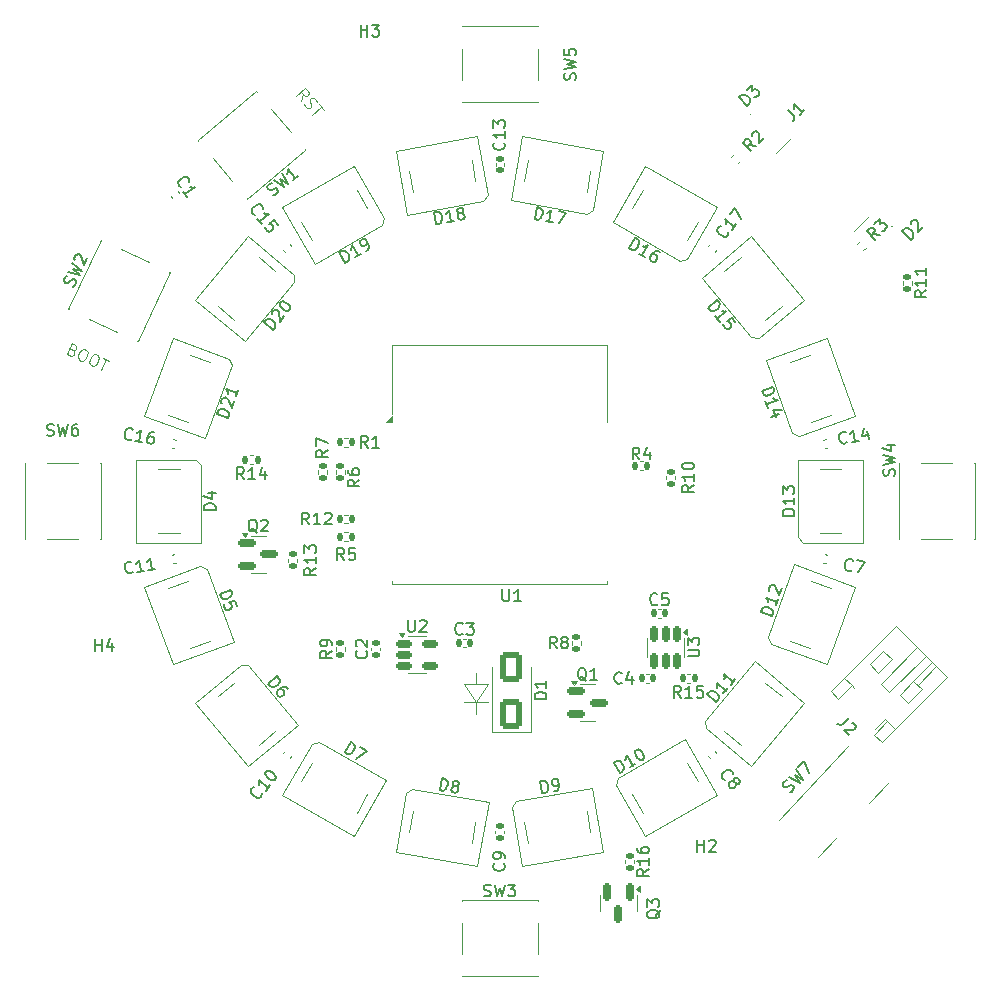
<source format=gto>
G04 #@! TF.GenerationSoftware,KiCad,Pcbnew,9.0.0*
G04 #@! TF.CreationDate,2025-03-23T20:11:35+01:00*
G04 #@! TF.ProjectId,PCB Board,50434220-426f-4617-9264-2e6b69636164,rev?*
G04 #@! TF.SameCoordinates,Original*
G04 #@! TF.FileFunction,Legend,Top*
G04 #@! TF.FilePolarity,Positive*
%FSLAX46Y46*%
G04 Gerber Fmt 4.6, Leading zero omitted, Abs format (unit mm)*
G04 Created by KiCad (PCBNEW 9.0.0) date 2025-03-23 20:11:35*
%MOMM*%
%LPD*%
G01*
G04 APERTURE LIST*
G04 Aperture macros list*
%AMRoundRect*
0 Rectangle with rounded corners*
0 $1 Rounding radius*
0 $2 $3 $4 $5 $6 $7 $8 $9 X,Y pos of 4 corners*
0 Add a 4 corners polygon primitive as box body*
4,1,4,$2,$3,$4,$5,$6,$7,$8,$9,$2,$3,0*
0 Add four circle primitives for the rounded corners*
1,1,$1+$1,$2,$3*
1,1,$1+$1,$4,$5*
1,1,$1+$1,$6,$7*
1,1,$1+$1,$8,$9*
0 Add four rect primitives between the rounded corners*
20,1,$1+$1,$2,$3,$4,$5,0*
20,1,$1+$1,$4,$5,$6,$7,0*
20,1,$1+$1,$6,$7,$8,$9,0*
20,1,$1+$1,$8,$9,$2,$3,0*%
%AMHorizOval*
0 Thick line with rounded ends*
0 $1 width*
0 $2 $3 position (X,Y) of the first rounded end (center of the circle)*
0 $4 $5 position (X,Y) of the second rounded end (center of the circle)*
0 Add line between two ends*
20,1,$1,$2,$3,$4,$5,0*
0 Add two circle primitives to create the rounded ends*
1,1,$1,$2,$3*
1,1,$1,$4,$5*%
%AMRotRect*
0 Rectangle, with rotation*
0 The origin of the aperture is its center*
0 $1 length*
0 $2 width*
0 $3 Rotation angle, in degrees counterclockwise*
0 Add horizontal line*
21,1,$1,$2,0,0,$3*%
G04 Aperture macros list end*
%ADD10C,0.100000*%
%ADD11C,0.150000*%
%ADD12C,0.120000*%
%ADD13RoundRect,0.140000X0.040237X-0.216520X0.220218X-0.002028X-0.040237X0.216520X-0.220218X0.002028X0*%
%ADD14RoundRect,0.135000X0.035355X-0.226274X0.226274X-0.035355X-0.035355X0.226274X-0.226274X0.035355X0*%
%ADD15RoundRect,0.135000X0.185000X-0.135000X0.185000X0.135000X-0.185000X0.135000X-0.185000X-0.135000X0*%
%ADD16RoundRect,0.140000X0.108353X0.191728X-0.167393X0.143107X-0.108353X-0.191728X0.167393X-0.143107X0*%
%ADD17RotRect,1.500000X1.000000X30.000000*%
%ADD18RoundRect,0.135000X-0.035355X0.226274X-0.226274X0.035355X0.035355X-0.226274X0.226274X-0.035355X0*%
%ADD19R,1.300000X1.550000*%
%ADD20RoundRect,0.135000X0.135000X0.185000X-0.135000X0.185000X-0.135000X-0.185000X0.135000X-0.185000X0*%
%ADD21RoundRect,0.250000X0.650000X-1.000000X0.650000X1.000000X-0.650000X1.000000X-0.650000X-1.000000X0*%
%ADD22RoundRect,0.135000X-0.185000X0.135000X-0.185000X-0.135000X0.185000X-0.135000X0.185000X0.135000X0*%
%ADD23RoundRect,0.140000X0.170000X-0.140000X0.170000X0.140000X-0.170000X0.140000X-0.170000X-0.140000X0*%
%ADD24RoundRect,0.140000X-0.167393X-0.143107X0.108353X-0.191728X0.167393X0.143107X-0.108353X0.191728X0*%
%ADD25RotRect,1.500000X1.000000X150.000000*%
%ADD26RotRect,1.500000X1.000000X130.000000*%
%ADD27RoundRect,0.150000X-0.587500X-0.150000X0.587500X-0.150000X0.587500X0.150000X-0.587500X0.150000X0*%
%ADD28C,3.600000*%
%ADD29C,5.600000*%
%ADD30RoundRect,0.140000X-0.170000X0.140000X-0.170000X-0.140000X0.170000X-0.140000X0.170000X0.140000X0*%
%ADD31RoundRect,0.140000X0.167393X0.143107X-0.108353X0.191728X-0.167393X-0.143107X0.108353X-0.191728X0*%
%ADD32RoundRect,0.135000X-0.135000X-0.185000X0.135000X-0.185000X0.135000X0.185000X-0.135000X0.185000X0*%
%ADD33RotRect,1.500000X1.000000X230.000000*%
%ADD34RotRect,1.500000X1.000000X110.000000*%
%ADD35RotRect,1.500000X1.000000X290.000000*%
%ADD36RotRect,1.550000X1.300000X220.000000*%
%ADD37RoundRect,0.250000X0.689429X0.194454X0.194454X0.689429X-0.689429X-0.194454X-0.194454X-0.689429X0*%
%ADD38HorizOval,1.200000X0.194454X0.194454X-0.194454X-0.194454X0*%
%ADD39RotRect,1.500000X1.000000X170.000000*%
%ADD40R,1.500000X0.900000*%
%ADD41C,0.600000*%
%ADD42R,2.900000X2.900000*%
%ADD43RotRect,1.500000X1.000000X250.000000*%
%ADD44RotRect,1.500000X1.000000X50.000000*%
%ADD45RoundRect,0.140000X-0.220218X-0.002028X-0.040237X-0.216520X0.220218X0.002028X0.040237X0.216520X0*%
%ADD46R,1.550000X1.300000*%
%ADD47RoundRect,0.150000X-0.150000X0.512500X-0.150000X-0.512500X0.150000X-0.512500X0.150000X0.512500X0*%
%ADD48RoundRect,0.140000X-0.140000X-0.170000X0.140000X-0.170000X0.140000X0.170000X-0.140000X0.170000X0*%
%ADD49RoundRect,0.140000X-0.040237X0.216520X-0.220218X0.002028X0.040237X-0.216520X0.220218X-0.002028X0*%
%ADD50HorizOval,2.200000X-0.475380X0.443299X0.475380X-0.443299X0*%
%ADD51RotRect,1.500000X2.500000X47.000000*%
%ADD52HorizOval,1.500000X-0.365677X0.340999X0.365677X-0.340999X0*%
%ADD53RoundRect,0.150000X-0.512500X-0.150000X0.512500X-0.150000X0.512500X0.150000X-0.512500X0.150000X0*%
%ADD54RoundRect,0.147500X0.017678X-0.226274X0.226274X-0.017678X-0.017678X0.226274X-0.226274X0.017678X0*%
%ADD55RoundRect,0.140000X-0.219557X0.017173X-0.058955X-0.212189X0.219557X-0.017173X0.058955X0.212189X0*%
%ADD56RotRect,1.500000X1.000000X10.000000*%
%ADD57C,0.650000*%
%ADD58RoundRect,0.150000X0.406586X0.194454X0.194454X0.406586X-0.406586X-0.194454X-0.194454X-0.406586X0*%
%ADD59RoundRect,0.075000X0.406586X0.300520X0.300520X0.406586X-0.406586X-0.300520X-0.300520X-0.406586X0*%
%ADD60HorizOval,1.000000X0.388909X0.388909X-0.388909X-0.388909X0*%
%ADD61HorizOval,1.000000X0.282843X0.282843X-0.282843X-0.282843X0*%
%ADD62RotRect,1.500000X1.000000X190.000000*%
%ADD63RotRect,1.500000X1.000000X350.000000*%
%ADD64RoundRect,0.150000X-0.150000X0.587500X-0.150000X-0.587500X0.150000X-0.587500X0.150000X0.587500X0*%
%ADD65RoundRect,0.140000X0.140000X0.170000X-0.140000X0.170000X-0.140000X-0.170000X0.140000X-0.170000X0*%
%ADD66RoundRect,0.140000X0.220218X0.002028X0.040237X0.216520X-0.220218X-0.002028X-0.040237X-0.216520X0*%
%ADD67RotRect,1.500000X1.000000X70.000000*%
%ADD68RotRect,1.500000X1.000000X210.000000*%
%ADD69R,1.000000X1.500000*%
%ADD70RotRect,1.500000X1.000000X330.000000*%
%ADD71RotRect,1.550000X1.300000X65.000000*%
%ADD72RoundRect,0.140000X-0.108353X-0.191728X0.167393X-0.143107X0.108353X0.191728X-0.167393X0.143107X0*%
%ADD73RotRect,1.500000X1.000000X310.000000*%
G04 APERTURE END LIST*
D10*
X62600000Y-80900000D02*
X63600000Y-80900000D01*
X62600000Y-79400000D02*
X62600000Y-78400000D01*
X62600000Y-80900000D02*
X62600000Y-81900000D01*
X62600000Y-80900000D02*
X61600000Y-79400000D01*
X62600000Y-80900000D02*
X61600000Y-80900000D01*
X63600000Y-79400000D02*
X62600000Y-80900000D01*
X61600000Y-79400000D02*
X63600000Y-79400000D01*
X47760372Y-29988521D02*
X47910893Y-29427083D01*
X47393065Y-29550781D02*
X48159110Y-28907993D01*
X48159110Y-28907993D02*
X48403981Y-29199820D01*
X48403981Y-29199820D02*
X48428721Y-29303385D01*
X48428721Y-29303385D02*
X48422851Y-29370473D01*
X48422851Y-29370473D02*
X48380504Y-29468169D01*
X48380504Y-29468169D02*
X48271069Y-29559995D01*
X48271069Y-29559995D02*
X48167503Y-29584735D01*
X48167503Y-29584735D02*
X48100416Y-29578866D01*
X48100416Y-29578866D02*
X48002720Y-29536518D01*
X48002720Y-29536518D02*
X47757848Y-29244692D01*
X48041722Y-30249738D02*
X48097071Y-30389782D01*
X48097071Y-30389782D02*
X48250115Y-30572173D01*
X48250115Y-30572173D02*
X48347812Y-30614521D01*
X48347812Y-30614521D02*
X48414899Y-30620391D01*
X48414899Y-30620391D02*
X48518464Y-30595651D01*
X48518464Y-30595651D02*
X48591421Y-30534433D01*
X48591421Y-30534433D02*
X48633769Y-30436737D01*
X48633769Y-30436737D02*
X48639638Y-30369650D01*
X48639638Y-30369650D02*
X48614898Y-30266084D01*
X48614898Y-30266084D02*
X48528941Y-30089562D01*
X48528941Y-30089562D02*
X48504201Y-29985996D01*
X48504201Y-29985996D02*
X48510071Y-29918909D01*
X48510071Y-29918909D02*
X48552418Y-29821213D01*
X48552418Y-29821213D02*
X48625375Y-29759995D01*
X48625375Y-29759995D02*
X48728941Y-29735256D01*
X48728941Y-29735256D02*
X48796028Y-29741125D01*
X48796028Y-29741125D02*
X48893724Y-29783473D01*
X48893724Y-29783473D02*
X49046769Y-29965864D01*
X49046769Y-29965864D02*
X49102117Y-30105908D01*
X49322249Y-30294169D02*
X49689556Y-30731909D01*
X48739858Y-31155826D02*
X49505903Y-30513039D01*
X28452804Y-51078939D02*
X28562152Y-51182471D01*
X28562152Y-51182471D02*
X28585185Y-51245753D01*
X28585185Y-51245753D02*
X28588093Y-51352192D01*
X28588093Y-51352192D02*
X28527719Y-51481665D01*
X28527719Y-51481665D02*
X28444312Y-51547855D01*
X28444312Y-51547855D02*
X28381030Y-51570888D01*
X28381030Y-51570888D02*
X28274590Y-51573796D01*
X28274590Y-51573796D02*
X27929330Y-51412799D01*
X27929330Y-51412799D02*
X28351948Y-50506491D01*
X28351948Y-50506491D02*
X28654051Y-50647364D01*
X28654051Y-50647364D02*
X28720241Y-50730771D01*
X28720241Y-50730771D02*
X28743274Y-50794053D01*
X28743274Y-50794053D02*
X28746182Y-50900493D01*
X28746182Y-50900493D02*
X28705933Y-50986808D01*
X28705933Y-50986808D02*
X28622526Y-51052998D01*
X28622526Y-51052998D02*
X28559244Y-51076031D01*
X28559244Y-51076031D02*
X28452804Y-51078939D01*
X28452804Y-51078939D02*
X28150702Y-50938066D01*
X29430886Y-51009608D02*
X29603516Y-51090107D01*
X29603516Y-51090107D02*
X29669707Y-51173514D01*
X29669707Y-51173514D02*
X29715772Y-51300078D01*
X29715772Y-51300078D02*
X29678431Y-51492833D01*
X29678431Y-51492833D02*
X29537558Y-51794935D01*
X29537558Y-51794935D02*
X29413902Y-51947441D01*
X29413902Y-51947441D02*
X29287338Y-51993506D01*
X29287338Y-51993506D02*
X29180898Y-51996415D01*
X29180898Y-51996415D02*
X29008268Y-51915916D01*
X29008268Y-51915916D02*
X28942078Y-51832509D01*
X28942078Y-51832509D02*
X28896012Y-51705945D01*
X28896012Y-51705945D02*
X28933353Y-51513190D01*
X28933353Y-51513190D02*
X29074226Y-51211087D01*
X29074226Y-51211087D02*
X29197882Y-51058582D01*
X29197882Y-51058582D02*
X29324447Y-51012516D01*
X29324447Y-51012516D02*
X29430886Y-51009608D01*
X30380352Y-51452351D02*
X30552982Y-51532850D01*
X30552982Y-51532850D02*
X30619172Y-51616257D01*
X30619172Y-51616257D02*
X30665238Y-51742821D01*
X30665238Y-51742821D02*
X30627896Y-51935576D01*
X30627896Y-51935576D02*
X30487024Y-52237678D01*
X30487024Y-52237678D02*
X30363367Y-52390184D01*
X30363367Y-52390184D02*
X30236803Y-52436249D01*
X30236803Y-52436249D02*
X30130363Y-52439158D01*
X30130363Y-52439158D02*
X29957733Y-52358659D01*
X29957733Y-52358659D02*
X29891543Y-52275252D01*
X29891543Y-52275252D02*
X29845477Y-52148688D01*
X29845477Y-52148688D02*
X29882818Y-51955933D01*
X29882818Y-51955933D02*
X30023691Y-51653830D01*
X30023691Y-51653830D02*
X30147347Y-51501325D01*
X30147347Y-51501325D02*
X30273912Y-51455259D01*
X30273912Y-51455259D02*
X30380352Y-51452351D01*
X31027714Y-51754221D02*
X31545604Y-51995717D01*
X30864041Y-52781277D02*
X31286659Y-51874969D01*
D11*
X44462234Y-88623591D02*
X44468103Y-88690678D01*
X44468103Y-88690678D02*
X44412755Y-88830722D01*
X44412755Y-88830722D02*
X44351537Y-88903679D01*
X44351537Y-88903679D02*
X44223232Y-88982505D01*
X44223232Y-88982505D02*
X44089057Y-88994243D01*
X44089057Y-88994243D02*
X43985492Y-88969504D01*
X43985492Y-88969504D02*
X43808970Y-88883546D01*
X43808970Y-88883546D02*
X43699535Y-88791720D01*
X43699535Y-88791720D02*
X43584230Y-88632805D01*
X43584230Y-88632805D02*
X43541883Y-88535109D01*
X43541883Y-88535109D02*
X43530144Y-88400935D01*
X43530144Y-88400935D02*
X43585492Y-88260891D01*
X43585492Y-88260891D02*
X43646710Y-88187934D01*
X43646710Y-88187934D02*
X43775015Y-88109108D01*
X43775015Y-88109108D02*
X43842103Y-88103239D01*
X45147369Y-87955243D02*
X44780062Y-88392982D01*
X44963716Y-88174112D02*
X44197671Y-87531325D01*
X44197671Y-87531325D02*
X44245888Y-87696108D01*
X44245888Y-87696108D02*
X44257627Y-87830283D01*
X44257627Y-87830283D02*
X44232887Y-87933848D01*
X44779241Y-86838237D02*
X44840459Y-86765280D01*
X44840459Y-86765280D02*
X44938155Y-86722933D01*
X44938155Y-86722933D02*
X45005242Y-86717063D01*
X45005242Y-86717063D02*
X45108808Y-86741803D01*
X45108808Y-86741803D02*
X45285330Y-86827760D01*
X45285330Y-86827760D02*
X45467721Y-86980805D01*
X45467721Y-86980805D02*
X45583026Y-87139719D01*
X45583026Y-87139719D02*
X45625373Y-87237415D01*
X45625373Y-87237415D02*
X45631243Y-87304502D01*
X45631243Y-87304502D02*
X45606503Y-87408068D01*
X45606503Y-87408068D02*
X45545285Y-87481025D01*
X45545285Y-87481025D02*
X45447589Y-87523372D01*
X45447589Y-87523372D02*
X45380502Y-87529242D01*
X45380502Y-87529242D02*
X45276936Y-87504502D01*
X45276936Y-87504502D02*
X45100414Y-87418545D01*
X45100414Y-87418545D02*
X44918023Y-87265500D01*
X44918023Y-87265500D02*
X44802718Y-87106586D01*
X44802718Y-87106586D02*
X44760371Y-87008890D01*
X44760371Y-87008890D02*
X44754501Y-86941803D01*
X44754501Y-86941803D02*
X44779241Y-86838237D01*
X96803754Y-41339456D02*
X96231335Y-41238441D01*
X96399693Y-41743517D02*
X95692587Y-41036410D01*
X95692587Y-41036410D02*
X95961961Y-40767036D01*
X95961961Y-40767036D02*
X96062976Y-40733364D01*
X96062976Y-40733364D02*
X96130319Y-40733364D01*
X96130319Y-40733364D02*
X96231335Y-40767036D01*
X96231335Y-40767036D02*
X96332350Y-40868051D01*
X96332350Y-40868051D02*
X96366022Y-40969067D01*
X96366022Y-40969067D02*
X96366022Y-41036410D01*
X96366022Y-41036410D02*
X96332350Y-41137425D01*
X96332350Y-41137425D02*
X96062976Y-41406799D01*
X96332350Y-40396647D02*
X96770083Y-39958914D01*
X96770083Y-39958914D02*
X96803754Y-40463990D01*
X96803754Y-40463990D02*
X96904770Y-40362975D01*
X96904770Y-40362975D02*
X97005785Y-40329303D01*
X97005785Y-40329303D02*
X97073128Y-40329303D01*
X97073128Y-40329303D02*
X97174144Y-40362975D01*
X97174144Y-40362975D02*
X97342502Y-40531334D01*
X97342502Y-40531334D02*
X97376174Y-40632349D01*
X97376174Y-40632349D02*
X97376174Y-40699693D01*
X97376174Y-40699693D02*
X97342502Y-40800708D01*
X97342502Y-40800708D02*
X97140472Y-41002738D01*
X97140472Y-41002738D02*
X97039457Y-41036410D01*
X97039457Y-41036410D02*
X96972113Y-41036410D01*
X81044819Y-62532857D02*
X80568628Y-62866190D01*
X81044819Y-63104285D02*
X80044819Y-63104285D01*
X80044819Y-63104285D02*
X80044819Y-62723333D01*
X80044819Y-62723333D02*
X80092438Y-62628095D01*
X80092438Y-62628095D02*
X80140057Y-62580476D01*
X80140057Y-62580476D02*
X80235295Y-62532857D01*
X80235295Y-62532857D02*
X80378152Y-62532857D01*
X80378152Y-62532857D02*
X80473390Y-62580476D01*
X80473390Y-62580476D02*
X80521009Y-62628095D01*
X80521009Y-62628095D02*
X80568628Y-62723333D01*
X80568628Y-62723333D02*
X80568628Y-63104285D01*
X81044819Y-61580476D02*
X81044819Y-62151904D01*
X81044819Y-61866190D02*
X80044819Y-61866190D01*
X80044819Y-61866190D02*
X80187676Y-61961428D01*
X80187676Y-61961428D02*
X80282914Y-62056666D01*
X80282914Y-62056666D02*
X80330533Y-62151904D01*
X80044819Y-60961428D02*
X80044819Y-60866190D01*
X80044819Y-60866190D02*
X80092438Y-60770952D01*
X80092438Y-60770952D02*
X80140057Y-60723333D01*
X80140057Y-60723333D02*
X80235295Y-60675714D01*
X80235295Y-60675714D02*
X80425771Y-60628095D01*
X80425771Y-60628095D02*
X80663866Y-60628095D01*
X80663866Y-60628095D02*
X80854342Y-60675714D01*
X80854342Y-60675714D02*
X80949580Y-60723333D01*
X80949580Y-60723333D02*
X80997200Y-60770952D01*
X80997200Y-60770952D02*
X81044819Y-60866190D01*
X81044819Y-60866190D02*
X81044819Y-60961428D01*
X81044819Y-60961428D02*
X80997200Y-61056666D01*
X80997200Y-61056666D02*
X80949580Y-61104285D01*
X80949580Y-61104285D02*
X80854342Y-61151904D01*
X80854342Y-61151904D02*
X80663866Y-61199523D01*
X80663866Y-61199523D02*
X80425771Y-61199523D01*
X80425771Y-61199523D02*
X80235295Y-61151904D01*
X80235295Y-61151904D02*
X80140057Y-61104285D01*
X80140057Y-61104285D02*
X80092438Y-61056666D01*
X80092438Y-61056666D02*
X80044819Y-60961428D01*
X94029349Y-58865749D02*
X93990723Y-58920913D01*
X93990723Y-58920913D02*
X93858305Y-58992616D01*
X93858305Y-58992616D02*
X93764514Y-59009154D01*
X93764514Y-59009154D02*
X93615558Y-58987065D01*
X93615558Y-58987065D02*
X93505229Y-58909812D01*
X93505229Y-58909812D02*
X93441795Y-58824289D01*
X93441795Y-58824289D02*
X93361824Y-58644976D01*
X93361824Y-58644976D02*
X93337017Y-58504289D01*
X93337017Y-58504289D02*
X93350837Y-58308438D01*
X93350837Y-58308438D02*
X93381194Y-58206377D01*
X93381194Y-58206377D02*
X93458448Y-58096048D01*
X93458448Y-58096048D02*
X93590865Y-58024346D01*
X93590865Y-58024346D02*
X93684657Y-58007808D01*
X93684657Y-58007808D02*
X93833612Y-58029897D01*
X93833612Y-58029897D02*
X93888777Y-58068523D01*
X94983799Y-58794161D02*
X94421052Y-58893388D01*
X94702426Y-58843774D02*
X94528778Y-57858967D01*
X94528778Y-57858967D02*
X94459793Y-58016191D01*
X94459793Y-58016191D02*
X94382540Y-58126520D01*
X94382540Y-58126520D02*
X94297018Y-58189954D01*
X95712155Y-57988781D02*
X95827920Y-58645319D01*
X95411525Y-57654961D02*
X95301082Y-58399740D01*
X95301082Y-58399740D02*
X95910724Y-58292243D01*
X51525807Y-43683405D02*
X51025807Y-42817380D01*
X51025807Y-42817380D02*
X51232003Y-42698332D01*
X51232003Y-42698332D02*
X51379531Y-42668143D01*
X51379531Y-42668143D02*
X51509628Y-42703003D01*
X51509628Y-42703003D02*
X51598487Y-42761672D01*
X51598487Y-42761672D02*
X51734964Y-42902819D01*
X51734964Y-42902819D02*
X51806393Y-43026537D01*
X51806393Y-43026537D02*
X51860391Y-43215304D01*
X51860391Y-43215304D02*
X51866771Y-43321592D01*
X51866771Y-43321592D02*
X51831912Y-43451690D01*
X51831912Y-43451690D02*
X51732003Y-43564358D01*
X51732003Y-43564358D02*
X51525807Y-43683405D01*
X52845464Y-42921500D02*
X52350593Y-43207215D01*
X52598029Y-43064358D02*
X52098029Y-42198332D01*
X52098029Y-42198332D02*
X52086979Y-42369669D01*
X52086979Y-42369669D02*
X52052119Y-42499767D01*
X52052119Y-42499767D02*
X51993450Y-42588625D01*
X53257858Y-42683405D02*
X53422815Y-42588167D01*
X53422815Y-42588167D02*
X53481484Y-42499309D01*
X53481484Y-42499309D02*
X53498914Y-42434260D01*
X53498914Y-42434260D02*
X53509964Y-42262923D01*
X53509964Y-42262923D02*
X53455965Y-42074156D01*
X53455965Y-42074156D02*
X53265489Y-41744242D01*
X53265489Y-41744242D02*
X53176630Y-41685573D01*
X53176630Y-41685573D02*
X53111582Y-41668143D01*
X53111582Y-41668143D02*
X53005293Y-41674523D01*
X53005293Y-41674523D02*
X52840336Y-41769761D01*
X52840336Y-41769761D02*
X52781667Y-41858619D01*
X52781667Y-41858619D02*
X52764237Y-41923668D01*
X52764237Y-41923668D02*
X52770617Y-42029956D01*
X52770617Y-42029956D02*
X52889665Y-42236153D01*
X52889665Y-42236153D02*
X52978523Y-42294822D01*
X52978523Y-42294822D02*
X53043572Y-42312251D01*
X53043572Y-42312251D02*
X53149860Y-42305872D01*
X53149860Y-42305872D02*
X53314817Y-42210634D01*
X53314817Y-42210634D02*
X53373486Y-42121775D01*
X53373486Y-42121775D02*
X53390916Y-42056726D01*
X53390916Y-42056726D02*
X53384536Y-41950438D01*
X86303754Y-33839456D02*
X85731335Y-33738441D01*
X85899693Y-34243517D02*
X85192587Y-33536410D01*
X85192587Y-33536410D02*
X85461961Y-33267036D01*
X85461961Y-33267036D02*
X85562976Y-33233364D01*
X85562976Y-33233364D02*
X85630319Y-33233364D01*
X85630319Y-33233364D02*
X85731335Y-33267036D01*
X85731335Y-33267036D02*
X85832350Y-33368051D01*
X85832350Y-33368051D02*
X85866022Y-33469067D01*
X85866022Y-33469067D02*
X85866022Y-33536410D01*
X85866022Y-33536410D02*
X85832350Y-33637425D01*
X85832350Y-33637425D02*
X85562976Y-33906799D01*
X85933365Y-32930319D02*
X85933365Y-32862975D01*
X85933365Y-32862975D02*
X85967037Y-32761960D01*
X85967037Y-32761960D02*
X86135396Y-32593601D01*
X86135396Y-32593601D02*
X86236411Y-32559929D01*
X86236411Y-32559929D02*
X86303754Y-32559929D01*
X86303754Y-32559929D02*
X86404770Y-32593601D01*
X86404770Y-32593601D02*
X86472113Y-32660945D01*
X86472113Y-32660945D02*
X86539457Y-32795632D01*
X86539457Y-32795632D02*
X86539457Y-33603754D01*
X86539457Y-33603754D02*
X86977189Y-33166021D01*
X26266667Y-58307200D02*
X26409524Y-58354819D01*
X26409524Y-58354819D02*
X26647619Y-58354819D01*
X26647619Y-58354819D02*
X26742857Y-58307200D01*
X26742857Y-58307200D02*
X26790476Y-58259580D01*
X26790476Y-58259580D02*
X26838095Y-58164342D01*
X26838095Y-58164342D02*
X26838095Y-58069104D01*
X26838095Y-58069104D02*
X26790476Y-57973866D01*
X26790476Y-57973866D02*
X26742857Y-57926247D01*
X26742857Y-57926247D02*
X26647619Y-57878628D01*
X26647619Y-57878628D02*
X26457143Y-57831009D01*
X26457143Y-57831009D02*
X26361905Y-57783390D01*
X26361905Y-57783390D02*
X26314286Y-57735771D01*
X26314286Y-57735771D02*
X26266667Y-57640533D01*
X26266667Y-57640533D02*
X26266667Y-57545295D01*
X26266667Y-57545295D02*
X26314286Y-57450057D01*
X26314286Y-57450057D02*
X26361905Y-57402438D01*
X26361905Y-57402438D02*
X26457143Y-57354819D01*
X26457143Y-57354819D02*
X26695238Y-57354819D01*
X26695238Y-57354819D02*
X26838095Y-57402438D01*
X27171429Y-57354819D02*
X27409524Y-58354819D01*
X27409524Y-58354819D02*
X27600000Y-57640533D01*
X27600000Y-57640533D02*
X27790476Y-58354819D01*
X27790476Y-58354819D02*
X28028572Y-57354819D01*
X28838095Y-57354819D02*
X28647619Y-57354819D01*
X28647619Y-57354819D02*
X28552381Y-57402438D01*
X28552381Y-57402438D02*
X28504762Y-57450057D01*
X28504762Y-57450057D02*
X28409524Y-57592914D01*
X28409524Y-57592914D02*
X28361905Y-57783390D01*
X28361905Y-57783390D02*
X28361905Y-58164342D01*
X28361905Y-58164342D02*
X28409524Y-58259580D01*
X28409524Y-58259580D02*
X28457143Y-58307200D01*
X28457143Y-58307200D02*
X28552381Y-58354819D01*
X28552381Y-58354819D02*
X28742857Y-58354819D01*
X28742857Y-58354819D02*
X28838095Y-58307200D01*
X28838095Y-58307200D02*
X28885714Y-58259580D01*
X28885714Y-58259580D02*
X28933333Y-58164342D01*
X28933333Y-58164342D02*
X28933333Y-57926247D01*
X28933333Y-57926247D02*
X28885714Y-57831009D01*
X28885714Y-57831009D02*
X28838095Y-57783390D01*
X28838095Y-57783390D02*
X28742857Y-57735771D01*
X28742857Y-57735771D02*
X28552381Y-57735771D01*
X28552381Y-57735771D02*
X28457143Y-57783390D01*
X28457143Y-57783390D02*
X28409524Y-57831009D01*
X28409524Y-57831009D02*
X28361905Y-57926247D01*
X76433333Y-60354819D02*
X76100000Y-59878628D01*
X75861905Y-60354819D02*
X75861905Y-59354819D01*
X75861905Y-59354819D02*
X76242857Y-59354819D01*
X76242857Y-59354819D02*
X76338095Y-59402438D01*
X76338095Y-59402438D02*
X76385714Y-59450057D01*
X76385714Y-59450057D02*
X76433333Y-59545295D01*
X76433333Y-59545295D02*
X76433333Y-59688152D01*
X76433333Y-59688152D02*
X76385714Y-59783390D01*
X76385714Y-59783390D02*
X76338095Y-59831009D01*
X76338095Y-59831009D02*
X76242857Y-59878628D01*
X76242857Y-59878628D02*
X75861905Y-59878628D01*
X77290476Y-59688152D02*
X77290476Y-60354819D01*
X77052381Y-59307200D02*
X76814286Y-60021485D01*
X76814286Y-60021485D02*
X77433333Y-60021485D01*
X68554819Y-80638094D02*
X67554819Y-80638094D01*
X67554819Y-80638094D02*
X67554819Y-80399999D01*
X67554819Y-80399999D02*
X67602438Y-80257142D01*
X67602438Y-80257142D02*
X67697676Y-80161904D01*
X67697676Y-80161904D02*
X67792914Y-80114285D01*
X67792914Y-80114285D02*
X67983390Y-80066666D01*
X67983390Y-80066666D02*
X68126247Y-80066666D01*
X68126247Y-80066666D02*
X68316723Y-80114285D01*
X68316723Y-80114285D02*
X68411961Y-80161904D01*
X68411961Y-80161904D02*
X68507200Y-80257142D01*
X68507200Y-80257142D02*
X68554819Y-80399999D01*
X68554819Y-80399999D02*
X68554819Y-80638094D01*
X68554819Y-79114285D02*
X68554819Y-79685713D01*
X68554819Y-79399999D02*
X67554819Y-79399999D01*
X67554819Y-79399999D02*
X67697676Y-79495237D01*
X67697676Y-79495237D02*
X67792914Y-79590475D01*
X67792914Y-79590475D02*
X67840533Y-79685713D01*
X100724819Y-46042857D02*
X100248628Y-46376190D01*
X100724819Y-46614285D02*
X99724819Y-46614285D01*
X99724819Y-46614285D02*
X99724819Y-46233333D01*
X99724819Y-46233333D02*
X99772438Y-46138095D01*
X99772438Y-46138095D02*
X99820057Y-46090476D01*
X99820057Y-46090476D02*
X99915295Y-46042857D01*
X99915295Y-46042857D02*
X100058152Y-46042857D01*
X100058152Y-46042857D02*
X100153390Y-46090476D01*
X100153390Y-46090476D02*
X100201009Y-46138095D01*
X100201009Y-46138095D02*
X100248628Y-46233333D01*
X100248628Y-46233333D02*
X100248628Y-46614285D01*
X100724819Y-45090476D02*
X100724819Y-45661904D01*
X100724819Y-45376190D02*
X99724819Y-45376190D01*
X99724819Y-45376190D02*
X99867676Y-45471428D01*
X99867676Y-45471428D02*
X99962914Y-45566666D01*
X99962914Y-45566666D02*
X100010533Y-45661904D01*
X100724819Y-44138095D02*
X100724819Y-44709523D01*
X100724819Y-44423809D02*
X99724819Y-44423809D01*
X99724819Y-44423809D02*
X99867676Y-44519047D01*
X99867676Y-44519047D02*
X99962914Y-44614285D01*
X99962914Y-44614285D02*
X100010533Y-44709523D01*
X64959580Y-94566666D02*
X65007200Y-94614285D01*
X65007200Y-94614285D02*
X65054819Y-94757142D01*
X65054819Y-94757142D02*
X65054819Y-94852380D01*
X65054819Y-94852380D02*
X65007200Y-94995237D01*
X65007200Y-94995237D02*
X64911961Y-95090475D01*
X64911961Y-95090475D02*
X64816723Y-95138094D01*
X64816723Y-95138094D02*
X64626247Y-95185713D01*
X64626247Y-95185713D02*
X64483390Y-95185713D01*
X64483390Y-95185713D02*
X64292914Y-95138094D01*
X64292914Y-95138094D02*
X64197676Y-95090475D01*
X64197676Y-95090475D02*
X64102438Y-94995237D01*
X64102438Y-94995237D02*
X64054819Y-94852380D01*
X64054819Y-94852380D02*
X64054819Y-94757142D01*
X64054819Y-94757142D02*
X64102438Y-94614285D01*
X64102438Y-94614285D02*
X64150057Y-94566666D01*
X65054819Y-94090475D02*
X65054819Y-93899999D01*
X65054819Y-93899999D02*
X65007200Y-93804761D01*
X65007200Y-93804761D02*
X64959580Y-93757142D01*
X64959580Y-93757142D02*
X64816723Y-93661904D01*
X64816723Y-93661904D02*
X64626247Y-93614285D01*
X64626247Y-93614285D02*
X64245295Y-93614285D01*
X64245295Y-93614285D02*
X64150057Y-93661904D01*
X64150057Y-93661904D02*
X64102438Y-93709523D01*
X64102438Y-93709523D02*
X64054819Y-93804761D01*
X64054819Y-93804761D02*
X64054819Y-93995237D01*
X64054819Y-93995237D02*
X64102438Y-94090475D01*
X64102438Y-94090475D02*
X64150057Y-94138094D01*
X64150057Y-94138094D02*
X64245295Y-94185713D01*
X64245295Y-94185713D02*
X64483390Y-94185713D01*
X64483390Y-94185713D02*
X64578628Y-94138094D01*
X64578628Y-94138094D02*
X64626247Y-94090475D01*
X64626247Y-94090475D02*
X64673866Y-93995237D01*
X64673866Y-93995237D02*
X64673866Y-93804761D01*
X64673866Y-93804761D02*
X64626247Y-93709523D01*
X64626247Y-93709523D02*
X64578628Y-93661904D01*
X64578628Y-93661904D02*
X64483390Y-93614285D01*
X33404467Y-58642487D02*
X33349303Y-58681113D01*
X33349303Y-58681113D02*
X33200347Y-58703202D01*
X33200347Y-58703202D02*
X33106556Y-58686664D01*
X33106556Y-58686664D02*
X32974138Y-58614962D01*
X32974138Y-58614962D02*
X32896884Y-58504632D01*
X32896884Y-58504632D02*
X32866527Y-58402572D01*
X32866527Y-58402572D02*
X32852707Y-58206721D01*
X32852707Y-58206721D02*
X32877514Y-58066034D01*
X32877514Y-58066034D02*
X32957485Y-57886721D01*
X32957485Y-57886721D02*
X33020919Y-57801198D01*
X33020919Y-57801198D02*
X33131248Y-57723945D01*
X33131248Y-57723945D02*
X33280204Y-57701856D01*
X33280204Y-57701856D02*
X33373995Y-57718394D01*
X33373995Y-57718394D02*
X33506413Y-57790097D01*
X33506413Y-57790097D02*
X33545040Y-57845261D01*
X34325841Y-58901657D02*
X33763094Y-58802430D01*
X34044468Y-58852043D02*
X34218116Y-57867236D01*
X34218116Y-57867236D02*
X34099518Y-57991384D01*
X34099518Y-57991384D02*
X33989189Y-58068638D01*
X33989189Y-58068638D02*
X33887129Y-58098995D01*
X35343611Y-58065691D02*
X35156028Y-58032615D01*
X35156028Y-58032615D02*
X35053968Y-58062972D01*
X35053968Y-58062972D02*
X34998803Y-58101599D01*
X34998803Y-58101599D02*
X34880205Y-58225748D01*
X34880205Y-58225748D02*
X34800234Y-58405061D01*
X34800234Y-58405061D02*
X34734082Y-58780226D01*
X34734082Y-58780226D02*
X34764440Y-58882287D01*
X34764440Y-58882287D02*
X34803066Y-58937451D01*
X34803066Y-58937451D02*
X34888589Y-59000885D01*
X34888589Y-59000885D02*
X35076171Y-59033960D01*
X35076171Y-59033960D02*
X35178231Y-59003603D01*
X35178231Y-59003603D02*
X35233396Y-58964976D01*
X35233396Y-58964976D02*
X35296829Y-58879454D01*
X35296829Y-58879454D02*
X35338174Y-58644976D01*
X35338174Y-58644976D02*
X35307817Y-58542916D01*
X35307817Y-58542916D02*
X35269190Y-58487751D01*
X35269190Y-58487751D02*
X35183668Y-58424318D01*
X35183668Y-58424318D02*
X34996085Y-58391242D01*
X34996085Y-58391242D02*
X34894025Y-58421599D01*
X34894025Y-58421599D02*
X34838860Y-58460226D01*
X34838860Y-58460226D02*
X34775427Y-58545748D01*
X51483381Y-85142459D02*
X51983381Y-84276434D01*
X51983381Y-84276434D02*
X52189578Y-84395481D01*
X52189578Y-84395481D02*
X52289486Y-84508149D01*
X52289486Y-84508149D02*
X52324346Y-84638247D01*
X52324346Y-84638247D02*
X52317966Y-84744535D01*
X52317966Y-84744535D02*
X52263967Y-84933302D01*
X52263967Y-84933302D02*
X52192539Y-85057020D01*
X52192539Y-85057020D02*
X52056061Y-85198167D01*
X52056061Y-85198167D02*
X51967203Y-85256836D01*
X51967203Y-85256836D02*
X51837105Y-85291696D01*
X51837105Y-85291696D02*
X51689578Y-85261507D01*
X51689578Y-85261507D02*
X51483381Y-85142459D01*
X52766928Y-84728815D02*
X53344278Y-85062148D01*
X53344278Y-85062148D02*
X52473124Y-85713888D01*
X45009062Y-79375234D02*
X45775106Y-78732447D01*
X45775106Y-78732447D02*
X45928151Y-78914838D01*
X45928151Y-78914838D02*
X45983499Y-79054882D01*
X45983499Y-79054882D02*
X45971761Y-79189056D01*
X45971761Y-79189056D02*
X45929413Y-79286753D01*
X45929413Y-79286753D02*
X45814109Y-79445667D01*
X45814109Y-79445667D02*
X45704674Y-79537493D01*
X45704674Y-79537493D02*
X45528152Y-79623451D01*
X45528152Y-79623451D02*
X45424586Y-79648190D01*
X45424586Y-79648190D02*
X45290412Y-79636452D01*
X45290412Y-79636452D02*
X45162106Y-79557626D01*
X45162106Y-79557626D02*
X45009062Y-79375234D01*
X46693374Y-79826796D02*
X46570938Y-79680883D01*
X46570938Y-79680883D02*
X46473242Y-79638535D01*
X46473242Y-79638535D02*
X46406155Y-79632665D01*
X46406155Y-79632665D02*
X46235502Y-79651536D01*
X46235502Y-79651536D02*
X46058980Y-79737493D01*
X46058980Y-79737493D02*
X45767154Y-79982365D01*
X45767154Y-79982365D02*
X45724806Y-80080061D01*
X45724806Y-80080061D02*
X45718937Y-80147148D01*
X45718937Y-80147148D02*
X45743676Y-80250714D01*
X45743676Y-80250714D02*
X45866112Y-80396627D01*
X45866112Y-80396627D02*
X45963808Y-80438974D01*
X45963808Y-80438974D02*
X46030895Y-80444844D01*
X46030895Y-80444844D02*
X46134461Y-80420104D01*
X46134461Y-80420104D02*
X46316852Y-80267060D01*
X46316852Y-80267060D02*
X46359200Y-80169363D01*
X46359200Y-80169363D02*
X46365069Y-80102276D01*
X46365069Y-80102276D02*
X46340330Y-79998711D01*
X46340330Y-79998711D02*
X46217894Y-79852797D01*
X46217894Y-79852797D02*
X46120198Y-79810450D01*
X46120198Y-79810450D02*
X46053111Y-79804580D01*
X46053111Y-79804580D02*
X45949545Y-79829320D01*
X44067261Y-66550057D02*
X43972023Y-66502438D01*
X43972023Y-66502438D02*
X43876785Y-66407200D01*
X43876785Y-66407200D02*
X43733928Y-66264342D01*
X43733928Y-66264342D02*
X43638690Y-66216723D01*
X43638690Y-66216723D02*
X43543452Y-66216723D01*
X43591071Y-66454819D02*
X43495833Y-66407200D01*
X43495833Y-66407200D02*
X43400595Y-66311961D01*
X43400595Y-66311961D02*
X43352976Y-66121485D01*
X43352976Y-66121485D02*
X43352976Y-65788152D01*
X43352976Y-65788152D02*
X43400595Y-65597676D01*
X43400595Y-65597676D02*
X43495833Y-65502438D01*
X43495833Y-65502438D02*
X43591071Y-65454819D01*
X43591071Y-65454819D02*
X43781547Y-65454819D01*
X43781547Y-65454819D02*
X43876785Y-65502438D01*
X43876785Y-65502438D02*
X43972023Y-65597676D01*
X43972023Y-65597676D02*
X44019642Y-65788152D01*
X44019642Y-65788152D02*
X44019642Y-66121485D01*
X44019642Y-66121485D02*
X43972023Y-66311961D01*
X43972023Y-66311961D02*
X43876785Y-66407200D01*
X43876785Y-66407200D02*
X43781547Y-66454819D01*
X43781547Y-66454819D02*
X43591071Y-66454819D01*
X44400595Y-65550057D02*
X44448214Y-65502438D01*
X44448214Y-65502438D02*
X44543452Y-65454819D01*
X44543452Y-65454819D02*
X44781547Y-65454819D01*
X44781547Y-65454819D02*
X44876785Y-65502438D01*
X44876785Y-65502438D02*
X44924404Y-65550057D01*
X44924404Y-65550057D02*
X44972023Y-65645295D01*
X44972023Y-65645295D02*
X44972023Y-65740533D01*
X44972023Y-65740533D02*
X44924404Y-65883390D01*
X44924404Y-65883390D02*
X44352976Y-66454819D01*
X44352976Y-66454819D02*
X44972023Y-66454819D01*
X30338095Y-76554819D02*
X30338095Y-75554819D01*
X30338095Y-76031009D02*
X30909523Y-76031009D01*
X30909523Y-76554819D02*
X30909523Y-75554819D01*
X31814285Y-75888152D02*
X31814285Y-76554819D01*
X31576190Y-75507200D02*
X31338095Y-76221485D01*
X31338095Y-76221485D02*
X31957142Y-76221485D01*
X64959580Y-33542857D02*
X65007200Y-33590476D01*
X65007200Y-33590476D02*
X65054819Y-33733333D01*
X65054819Y-33733333D02*
X65054819Y-33828571D01*
X65054819Y-33828571D02*
X65007200Y-33971428D01*
X65007200Y-33971428D02*
X64911961Y-34066666D01*
X64911961Y-34066666D02*
X64816723Y-34114285D01*
X64816723Y-34114285D02*
X64626247Y-34161904D01*
X64626247Y-34161904D02*
X64483390Y-34161904D01*
X64483390Y-34161904D02*
X64292914Y-34114285D01*
X64292914Y-34114285D02*
X64197676Y-34066666D01*
X64197676Y-34066666D02*
X64102438Y-33971428D01*
X64102438Y-33971428D02*
X64054819Y-33828571D01*
X64054819Y-33828571D02*
X64054819Y-33733333D01*
X64054819Y-33733333D02*
X64102438Y-33590476D01*
X64102438Y-33590476D02*
X64150057Y-33542857D01*
X65054819Y-32590476D02*
X65054819Y-33161904D01*
X65054819Y-32876190D02*
X64054819Y-32876190D01*
X64054819Y-32876190D02*
X64197676Y-32971428D01*
X64197676Y-32971428D02*
X64292914Y-33066666D01*
X64292914Y-33066666D02*
X64340533Y-33161904D01*
X64054819Y-32257142D02*
X64054819Y-31638095D01*
X64054819Y-31638095D02*
X64435771Y-31971428D01*
X64435771Y-31971428D02*
X64435771Y-31828571D01*
X64435771Y-31828571D02*
X64483390Y-31733333D01*
X64483390Y-31733333D02*
X64531009Y-31685714D01*
X64531009Y-31685714D02*
X64626247Y-31638095D01*
X64626247Y-31638095D02*
X64864342Y-31638095D01*
X64864342Y-31638095D02*
X64959580Y-31685714D01*
X64959580Y-31685714D02*
X65007200Y-31733333D01*
X65007200Y-31733333D02*
X65054819Y-31828571D01*
X65054819Y-31828571D02*
X65054819Y-32114285D01*
X65054819Y-32114285D02*
X65007200Y-32209523D01*
X65007200Y-32209523D02*
X64959580Y-32257142D01*
X52724819Y-62066666D02*
X52248628Y-62399999D01*
X52724819Y-62638094D02*
X51724819Y-62638094D01*
X51724819Y-62638094D02*
X51724819Y-62257142D01*
X51724819Y-62257142D02*
X51772438Y-62161904D01*
X51772438Y-62161904D02*
X51820057Y-62114285D01*
X51820057Y-62114285D02*
X51915295Y-62066666D01*
X51915295Y-62066666D02*
X52058152Y-62066666D01*
X52058152Y-62066666D02*
X52153390Y-62114285D01*
X52153390Y-62114285D02*
X52201009Y-62161904D01*
X52201009Y-62161904D02*
X52248628Y-62257142D01*
X52248628Y-62257142D02*
X52248628Y-62638094D01*
X51724819Y-61209523D02*
X51724819Y-61399999D01*
X51724819Y-61399999D02*
X51772438Y-61495237D01*
X51772438Y-61495237D02*
X51820057Y-61542856D01*
X51820057Y-61542856D02*
X51962914Y-61638094D01*
X51962914Y-61638094D02*
X52153390Y-61685713D01*
X52153390Y-61685713D02*
X52534342Y-61685713D01*
X52534342Y-61685713D02*
X52629580Y-61638094D01*
X52629580Y-61638094D02*
X52677200Y-61590475D01*
X52677200Y-61590475D02*
X52724819Y-61495237D01*
X52724819Y-61495237D02*
X52724819Y-61304761D01*
X52724819Y-61304761D02*
X52677200Y-61209523D01*
X52677200Y-61209523D02*
X52629580Y-61161904D01*
X52629580Y-61161904D02*
X52534342Y-61114285D01*
X52534342Y-61114285D02*
X52296247Y-61114285D01*
X52296247Y-61114285D02*
X52201009Y-61161904D01*
X52201009Y-61161904D02*
X52153390Y-61209523D01*
X52153390Y-61209523D02*
X52105771Y-61304761D01*
X52105771Y-61304761D02*
X52105771Y-61495237D01*
X52105771Y-61495237D02*
X52153390Y-61590475D01*
X52153390Y-61590475D02*
X52201009Y-61638094D01*
X52201009Y-61638094D02*
X52296247Y-61685713D01*
X94373425Y-69725176D02*
X94318260Y-69763803D01*
X94318260Y-69763803D02*
X94169304Y-69785892D01*
X94169304Y-69785892D02*
X94075513Y-69769354D01*
X94075513Y-69769354D02*
X93943095Y-69697651D01*
X93943095Y-69697651D02*
X93865842Y-69587322D01*
X93865842Y-69587322D02*
X93835484Y-69485262D01*
X93835484Y-69485262D02*
X93821665Y-69289411D01*
X93821665Y-69289411D02*
X93846471Y-69148724D01*
X93846471Y-69148724D02*
X93926443Y-68969410D01*
X93926443Y-68969410D02*
X93989876Y-68883888D01*
X93989876Y-68883888D02*
X94100206Y-68806635D01*
X94100206Y-68806635D02*
X94249161Y-68784546D01*
X94249161Y-68784546D02*
X94342953Y-68801084D01*
X94342953Y-68801084D02*
X94475370Y-68872786D01*
X94475370Y-68872786D02*
X94513997Y-68927951D01*
X94858804Y-68892043D02*
X95515343Y-69007808D01*
X95515343Y-69007808D02*
X94919634Y-69918195D01*
X51433333Y-68854819D02*
X51100000Y-68378628D01*
X50861905Y-68854819D02*
X50861905Y-67854819D01*
X50861905Y-67854819D02*
X51242857Y-67854819D01*
X51242857Y-67854819D02*
X51338095Y-67902438D01*
X51338095Y-67902438D02*
X51385714Y-67950057D01*
X51385714Y-67950057D02*
X51433333Y-68045295D01*
X51433333Y-68045295D02*
X51433333Y-68188152D01*
X51433333Y-68188152D02*
X51385714Y-68283390D01*
X51385714Y-68283390D02*
X51338095Y-68331009D01*
X51338095Y-68331009D02*
X51242857Y-68378628D01*
X51242857Y-68378628D02*
X50861905Y-68378628D01*
X52338095Y-67854819D02*
X51861905Y-67854819D01*
X51861905Y-67854819D02*
X51814286Y-68331009D01*
X51814286Y-68331009D02*
X51861905Y-68283390D01*
X51861905Y-68283390D02*
X51957143Y-68235771D01*
X51957143Y-68235771D02*
X52195238Y-68235771D01*
X52195238Y-68235771D02*
X52290476Y-68283390D01*
X52290476Y-68283390D02*
X52338095Y-68331009D01*
X52338095Y-68331009D02*
X52385714Y-68426247D01*
X52385714Y-68426247D02*
X52385714Y-68664342D01*
X52385714Y-68664342D02*
X52338095Y-68759580D01*
X52338095Y-68759580D02*
X52290476Y-68807200D01*
X52290476Y-68807200D02*
X52195238Y-68854819D01*
X52195238Y-68854819D02*
X51957143Y-68854819D01*
X51957143Y-68854819D02*
X51861905Y-68807200D01*
X51861905Y-68807200D02*
X51814286Y-68759580D01*
X82935971Y-80870844D02*
X82169927Y-80228057D01*
X82169927Y-80228057D02*
X82322971Y-80045665D01*
X82322971Y-80045665D02*
X82451277Y-79966839D01*
X82451277Y-79966839D02*
X82585451Y-79955101D01*
X82585451Y-79955101D02*
X82689017Y-79979840D01*
X82689017Y-79979840D02*
X82865539Y-80065798D01*
X82865539Y-80065798D02*
X82974974Y-80157624D01*
X82974974Y-80157624D02*
X83090278Y-80316538D01*
X83090278Y-80316538D02*
X83132626Y-80414235D01*
X83132626Y-80414235D02*
X83144364Y-80548409D01*
X83144364Y-80548409D02*
X83089016Y-80688453D01*
X83089016Y-80688453D02*
X82935971Y-80870844D01*
X83915457Y-79703539D02*
X83548150Y-80141278D01*
X83731804Y-79922408D02*
X82965759Y-79279621D01*
X82965759Y-79279621D02*
X83013976Y-79444404D01*
X83013976Y-79444404D02*
X83025715Y-79578579D01*
X83025715Y-79578579D02*
X83000975Y-79682144D01*
X84527636Y-78973972D02*
X84160329Y-79411712D01*
X84343982Y-79192842D02*
X83577938Y-78550055D01*
X83577938Y-78550055D02*
X83626155Y-78714838D01*
X83626155Y-78714838D02*
X83637894Y-78849013D01*
X83637894Y-78849013D02*
X83613154Y-78952578D01*
X40897697Y-71741468D02*
X41837390Y-71399447D01*
X41837390Y-71399447D02*
X41918823Y-71623184D01*
X41918823Y-71623184D02*
X41922936Y-71773712D01*
X41922936Y-71773712D02*
X41866015Y-71895780D01*
X41866015Y-71895780D02*
X41792807Y-71973101D01*
X41792807Y-71973101D02*
X41630104Y-72082995D01*
X41630104Y-72082995D02*
X41495863Y-72131855D01*
X41495863Y-72131855D02*
X41300587Y-72152254D01*
X41300587Y-72152254D02*
X41194806Y-72140080D01*
X41194806Y-72140080D02*
X41072738Y-72083159D01*
X41072738Y-72083159D02*
X40979130Y-71965204D01*
X40979130Y-71965204D02*
X40897697Y-71741468D01*
X42342277Y-72786613D02*
X42179410Y-72339140D01*
X42179410Y-72339140D02*
X41715651Y-72457260D01*
X41715651Y-72457260D02*
X41776684Y-72485720D01*
X41776684Y-72485720D02*
X41854005Y-72558928D01*
X41854005Y-72558928D02*
X41935438Y-72782664D01*
X41935438Y-72782664D02*
X41923265Y-72888446D01*
X41923265Y-72888446D02*
X41894804Y-72949479D01*
X41894804Y-72949479D02*
X41821596Y-73026800D01*
X41821596Y-73026800D02*
X41597860Y-73108233D01*
X41597860Y-73108233D02*
X41492079Y-73096060D01*
X41492079Y-73096060D02*
X41431045Y-73067599D01*
X41431045Y-73067599D02*
X41353724Y-72994391D01*
X41353724Y-72994391D02*
X41272291Y-72770655D01*
X41272291Y-72770655D02*
X41284465Y-72664874D01*
X41284465Y-72664874D02*
X41312925Y-72603840D01*
X86779768Y-54535008D02*
X87719461Y-54192988D01*
X87719461Y-54192988D02*
X87800894Y-54416725D01*
X87800894Y-54416725D02*
X87805007Y-54567253D01*
X87805007Y-54567253D02*
X87748086Y-54689321D01*
X87748086Y-54689321D02*
X87674878Y-54766642D01*
X87674878Y-54766642D02*
X87512176Y-54876536D01*
X87512176Y-54876536D02*
X87377934Y-54925396D01*
X87377934Y-54925396D02*
X87182658Y-54945795D01*
X87182658Y-54945795D02*
X87076877Y-54933621D01*
X87076877Y-54933621D02*
X86954809Y-54876700D01*
X86954809Y-54876700D02*
X86861202Y-54758745D01*
X86861202Y-54758745D02*
X86779768Y-54535008D01*
X87300942Y-55966921D02*
X87105502Y-55429954D01*
X87203222Y-55698437D02*
X88142914Y-55356417D01*
X88142914Y-55356417D02*
X87976099Y-55315783D01*
X87976099Y-55315783D02*
X87854031Y-55258862D01*
X87854031Y-55258862D02*
X87776711Y-55185654D01*
X88220564Y-56544358D02*
X87594102Y-56772372D01*
X88497108Y-56190329D02*
X87744466Y-56210892D01*
X87744466Y-56210892D02*
X87956193Y-56792607D01*
X49054819Y-69542857D02*
X48578628Y-69876190D01*
X49054819Y-70114285D02*
X48054819Y-70114285D01*
X48054819Y-70114285D02*
X48054819Y-69733333D01*
X48054819Y-69733333D02*
X48102438Y-69638095D01*
X48102438Y-69638095D02*
X48150057Y-69590476D01*
X48150057Y-69590476D02*
X48245295Y-69542857D01*
X48245295Y-69542857D02*
X48388152Y-69542857D01*
X48388152Y-69542857D02*
X48483390Y-69590476D01*
X48483390Y-69590476D02*
X48531009Y-69638095D01*
X48531009Y-69638095D02*
X48578628Y-69733333D01*
X48578628Y-69733333D02*
X48578628Y-70114285D01*
X49054819Y-68590476D02*
X49054819Y-69161904D01*
X49054819Y-68876190D02*
X48054819Y-68876190D01*
X48054819Y-68876190D02*
X48197676Y-68971428D01*
X48197676Y-68971428D02*
X48292914Y-69066666D01*
X48292914Y-69066666D02*
X48340533Y-69161904D01*
X48054819Y-68257142D02*
X48054819Y-67638095D01*
X48054819Y-67638095D02*
X48435771Y-67971428D01*
X48435771Y-67971428D02*
X48435771Y-67828571D01*
X48435771Y-67828571D02*
X48483390Y-67733333D01*
X48483390Y-67733333D02*
X48531009Y-67685714D01*
X48531009Y-67685714D02*
X48626247Y-67638095D01*
X48626247Y-67638095D02*
X48864342Y-67638095D01*
X48864342Y-67638095D02*
X48959580Y-67685714D01*
X48959580Y-67685714D02*
X49007200Y-67733333D01*
X49007200Y-67733333D02*
X49054819Y-67828571D01*
X49054819Y-67828571D02*
X49054819Y-68114285D01*
X49054819Y-68114285D02*
X49007200Y-68209523D01*
X49007200Y-68209523D02*
X48959580Y-68257142D01*
X45443638Y-38006156D02*
X45583682Y-37950807D01*
X45583682Y-37950807D02*
X45766074Y-37797762D01*
X45766074Y-37797762D02*
X45808421Y-37700066D01*
X45808421Y-37700066D02*
X45814291Y-37632979D01*
X45814291Y-37632979D02*
X45789551Y-37529413D01*
X45789551Y-37529413D02*
X45728333Y-37456457D01*
X45728333Y-37456457D02*
X45630637Y-37414109D01*
X45630637Y-37414109D02*
X45563550Y-37408240D01*
X45563550Y-37408240D02*
X45459984Y-37432979D01*
X45459984Y-37432979D02*
X45283462Y-37518937D01*
X45283462Y-37518937D02*
X45179897Y-37543676D01*
X45179897Y-37543676D02*
X45112810Y-37537807D01*
X45112810Y-37537807D02*
X45015113Y-37495459D01*
X45015113Y-37495459D02*
X44953895Y-37422503D01*
X44953895Y-37422503D02*
X44929156Y-37318937D01*
X44929156Y-37318937D02*
X44935025Y-37251850D01*
X44935025Y-37251850D02*
X44977373Y-37154154D01*
X44977373Y-37154154D02*
X45159765Y-37001109D01*
X45159765Y-37001109D02*
X45299808Y-36945761D01*
X45524548Y-36695020D02*
X46349727Y-37308019D01*
X46349727Y-37308019D02*
X46036506Y-36638409D01*
X46036506Y-36638409D02*
X46641553Y-37063148D01*
X46641553Y-37063148D02*
X46181157Y-36144059D01*
X47517032Y-36328534D02*
X47079293Y-36695841D01*
X47298163Y-36512187D02*
X46655375Y-35746143D01*
X46655375Y-35746143D02*
X46674245Y-35916796D01*
X46674245Y-35916796D02*
X46662506Y-36050970D01*
X46662506Y-36050970D02*
X46620159Y-36148666D01*
X98007200Y-61733332D02*
X98054819Y-61590475D01*
X98054819Y-61590475D02*
X98054819Y-61352380D01*
X98054819Y-61352380D02*
X98007200Y-61257142D01*
X98007200Y-61257142D02*
X97959580Y-61209523D01*
X97959580Y-61209523D02*
X97864342Y-61161904D01*
X97864342Y-61161904D02*
X97769104Y-61161904D01*
X97769104Y-61161904D02*
X97673866Y-61209523D01*
X97673866Y-61209523D02*
X97626247Y-61257142D01*
X97626247Y-61257142D02*
X97578628Y-61352380D01*
X97578628Y-61352380D02*
X97531009Y-61542856D01*
X97531009Y-61542856D02*
X97483390Y-61638094D01*
X97483390Y-61638094D02*
X97435771Y-61685713D01*
X97435771Y-61685713D02*
X97340533Y-61733332D01*
X97340533Y-61733332D02*
X97245295Y-61733332D01*
X97245295Y-61733332D02*
X97150057Y-61685713D01*
X97150057Y-61685713D02*
X97102438Y-61638094D01*
X97102438Y-61638094D02*
X97054819Y-61542856D01*
X97054819Y-61542856D02*
X97054819Y-61304761D01*
X97054819Y-61304761D02*
X97102438Y-61161904D01*
X97054819Y-60828570D02*
X98054819Y-60590475D01*
X98054819Y-60590475D02*
X97340533Y-60399999D01*
X97340533Y-60399999D02*
X98054819Y-60209523D01*
X98054819Y-60209523D02*
X97054819Y-59971428D01*
X97388152Y-59161904D02*
X98054819Y-59161904D01*
X97007200Y-59399999D02*
X97721485Y-59638094D01*
X97721485Y-59638094D02*
X97721485Y-59019047D01*
X94153783Y-82289026D02*
X93648707Y-82794102D01*
X93648707Y-82794102D02*
X93514020Y-82861446D01*
X93514020Y-82861446D02*
X93379333Y-82861446D01*
X93379333Y-82861446D02*
X93244646Y-82794102D01*
X93244646Y-82794102D02*
X93177302Y-82726759D01*
X94389486Y-82659415D02*
X94456829Y-82659415D01*
X94456829Y-82659415D02*
X94557844Y-82693087D01*
X94557844Y-82693087D02*
X94726203Y-82861446D01*
X94726203Y-82861446D02*
X94759875Y-82962461D01*
X94759875Y-82962461D02*
X94759875Y-83029805D01*
X94759875Y-83029805D02*
X94726203Y-83130820D01*
X94726203Y-83130820D02*
X94658860Y-83198163D01*
X94658860Y-83198163D02*
X94524173Y-83265507D01*
X94524173Y-83265507D02*
X93716051Y-83265507D01*
X93716051Y-83265507D02*
X94153783Y-83703240D01*
X59539760Y-88347530D02*
X59713408Y-87362722D01*
X59713408Y-87362722D02*
X59947886Y-87404067D01*
X59947886Y-87404067D02*
X60080304Y-87475770D01*
X60080304Y-87475770D02*
X60157557Y-87586099D01*
X60157557Y-87586099D02*
X60187915Y-87688159D01*
X60187915Y-87688159D02*
X60201734Y-87884010D01*
X60201734Y-87884010D02*
X60176927Y-88024697D01*
X60176927Y-88024697D02*
X60096956Y-88204011D01*
X60096956Y-88204011D02*
X60033523Y-88289533D01*
X60033523Y-88289533D02*
X59923193Y-88366786D01*
X59923193Y-88366786D02*
X59774238Y-88388875D01*
X59774238Y-88388875D02*
X59539760Y-88347530D01*
X60764482Y-87983238D02*
X60678959Y-87919804D01*
X60678959Y-87919804D02*
X60640333Y-87864640D01*
X60640333Y-87864640D02*
X60609975Y-87762580D01*
X60609975Y-87762580D02*
X60618244Y-87715684D01*
X60618244Y-87715684D02*
X60681678Y-87630162D01*
X60681678Y-87630162D02*
X60736842Y-87591535D01*
X60736842Y-87591535D02*
X60838902Y-87561177D01*
X60838902Y-87561177D02*
X61026485Y-87594253D01*
X61026485Y-87594253D02*
X61112007Y-87657687D01*
X61112007Y-87657687D02*
X61150634Y-87712851D01*
X61150634Y-87712851D02*
X61180991Y-87814911D01*
X61180991Y-87814911D02*
X61172722Y-87861807D01*
X61172722Y-87861807D02*
X61109289Y-87947329D01*
X61109289Y-87947329D02*
X61054124Y-87985956D01*
X61054124Y-87985956D02*
X60952064Y-88016314D01*
X60952064Y-88016314D02*
X60764482Y-87983238D01*
X60764482Y-87983238D02*
X60662421Y-88013595D01*
X60662421Y-88013595D02*
X60607257Y-88052222D01*
X60607257Y-88052222D02*
X60543823Y-88137744D01*
X60543823Y-88137744D02*
X60510748Y-88325327D01*
X60510748Y-88325327D02*
X60541105Y-88427387D01*
X60541105Y-88427387D02*
X60579732Y-88482552D01*
X60579732Y-88482552D02*
X60665254Y-88545985D01*
X60665254Y-88545985D02*
X60852837Y-88579061D01*
X60852837Y-88579061D02*
X60954897Y-88548703D01*
X60954897Y-88548703D02*
X61010061Y-88510077D01*
X61010061Y-88510077D02*
X61073495Y-88424554D01*
X61073495Y-88424554D02*
X61106571Y-88236972D01*
X61106571Y-88236972D02*
X61076213Y-88134912D01*
X61076213Y-88134912D02*
X61037586Y-88079747D01*
X61037586Y-88079747D02*
X60952064Y-88016314D01*
X64838095Y-71354819D02*
X64838095Y-72164342D01*
X64838095Y-72164342D02*
X64885714Y-72259580D01*
X64885714Y-72259580D02*
X64933333Y-72307200D01*
X64933333Y-72307200D02*
X65028571Y-72354819D01*
X65028571Y-72354819D02*
X65219047Y-72354819D01*
X65219047Y-72354819D02*
X65314285Y-72307200D01*
X65314285Y-72307200D02*
X65361904Y-72259580D01*
X65361904Y-72259580D02*
X65409523Y-72164342D01*
X65409523Y-72164342D02*
X65409523Y-71354819D01*
X66409523Y-72354819D02*
X65838095Y-72354819D01*
X66123809Y-72354819D02*
X66123809Y-71354819D01*
X66123809Y-71354819D02*
X66028571Y-71497676D01*
X66028571Y-71497676D02*
X65933333Y-71592914D01*
X65933333Y-71592914D02*
X65838095Y-71640533D01*
X87634547Y-73576105D02*
X86694855Y-73234085D01*
X86694855Y-73234085D02*
X86776288Y-73010349D01*
X86776288Y-73010349D02*
X86869895Y-72892394D01*
X86869895Y-72892394D02*
X86991963Y-72835472D01*
X86991963Y-72835472D02*
X87097745Y-72823298D01*
X87097745Y-72823298D02*
X87293020Y-72843698D01*
X87293020Y-72843698D02*
X87427262Y-72892558D01*
X87427262Y-72892558D02*
X87589964Y-73002452D01*
X87589964Y-73002452D02*
X87663172Y-73079772D01*
X87663172Y-73079772D02*
X87720094Y-73201840D01*
X87720094Y-73201840D02*
X87715981Y-73352369D01*
X87715981Y-73352369D02*
X87634547Y-73576105D01*
X88155721Y-72144193D02*
X87960281Y-72681160D01*
X88058001Y-72412676D02*
X87118308Y-72070656D01*
X87118308Y-72070656D02*
X87219977Y-72209011D01*
X87219977Y-72209011D02*
X87276898Y-72331078D01*
X87276898Y-72331078D02*
X87289072Y-72436860D01*
X87435816Y-71476768D02*
X87407356Y-71415734D01*
X87407356Y-71415734D02*
X87395182Y-71309952D01*
X87395182Y-71309952D02*
X87476615Y-71086216D01*
X87476615Y-71086216D02*
X87553936Y-71013008D01*
X87553936Y-71013008D02*
X87614970Y-70984548D01*
X87614970Y-70984548D02*
X87720751Y-70972374D01*
X87720751Y-70972374D02*
X87810245Y-71004947D01*
X87810245Y-71004947D02*
X87928201Y-71098554D01*
X87928201Y-71098554D02*
X88269728Y-71830962D01*
X88269728Y-71830962D02*
X88481454Y-71249247D01*
X71942261Y-79100057D02*
X71847023Y-79052438D01*
X71847023Y-79052438D02*
X71751785Y-78957200D01*
X71751785Y-78957200D02*
X71608928Y-78814342D01*
X71608928Y-78814342D02*
X71513690Y-78766723D01*
X71513690Y-78766723D02*
X71418452Y-78766723D01*
X71466071Y-79004819D02*
X71370833Y-78957200D01*
X71370833Y-78957200D02*
X71275595Y-78861961D01*
X71275595Y-78861961D02*
X71227976Y-78671485D01*
X71227976Y-78671485D02*
X71227976Y-78338152D01*
X71227976Y-78338152D02*
X71275595Y-78147676D01*
X71275595Y-78147676D02*
X71370833Y-78052438D01*
X71370833Y-78052438D02*
X71466071Y-78004819D01*
X71466071Y-78004819D02*
X71656547Y-78004819D01*
X71656547Y-78004819D02*
X71751785Y-78052438D01*
X71751785Y-78052438D02*
X71847023Y-78147676D01*
X71847023Y-78147676D02*
X71894642Y-78338152D01*
X71894642Y-78338152D02*
X71894642Y-78671485D01*
X71894642Y-78671485D02*
X71847023Y-78861961D01*
X71847023Y-78861961D02*
X71751785Y-78957200D01*
X71751785Y-78957200D02*
X71656547Y-79004819D01*
X71656547Y-79004819D02*
X71466071Y-79004819D01*
X72847023Y-79004819D02*
X72275595Y-79004819D01*
X72561309Y-79004819D02*
X72561309Y-78004819D01*
X72561309Y-78004819D02*
X72466071Y-78147676D01*
X72466071Y-78147676D02*
X72370833Y-78242914D01*
X72370833Y-78242914D02*
X72275595Y-78290533D01*
X53433333Y-59354819D02*
X53100000Y-58878628D01*
X52861905Y-59354819D02*
X52861905Y-58354819D01*
X52861905Y-58354819D02*
X53242857Y-58354819D01*
X53242857Y-58354819D02*
X53338095Y-58402438D01*
X53338095Y-58402438D02*
X53385714Y-58450057D01*
X53385714Y-58450057D02*
X53433333Y-58545295D01*
X53433333Y-58545295D02*
X53433333Y-58688152D01*
X53433333Y-58688152D02*
X53385714Y-58783390D01*
X53385714Y-58783390D02*
X53338095Y-58831009D01*
X53338095Y-58831009D02*
X53242857Y-58878628D01*
X53242857Y-58878628D02*
X52861905Y-58878628D01*
X54385714Y-59354819D02*
X53814286Y-59354819D01*
X54100000Y-59354819D02*
X54100000Y-58354819D01*
X54100000Y-58354819D02*
X54004762Y-58497676D01*
X54004762Y-58497676D02*
X53909524Y-58592914D01*
X53909524Y-58592914D02*
X53814286Y-58640533D01*
X45399795Y-49374252D02*
X44633751Y-48731465D01*
X44633751Y-48731465D02*
X44786795Y-48549073D01*
X44786795Y-48549073D02*
X44915101Y-48470247D01*
X44915101Y-48470247D02*
X45049275Y-48458509D01*
X45049275Y-48458509D02*
X45152841Y-48483248D01*
X45152841Y-48483248D02*
X45329363Y-48569206D01*
X45329363Y-48569206D02*
X45438798Y-48661032D01*
X45438798Y-48661032D02*
X45554102Y-48819946D01*
X45554102Y-48819946D02*
X45596450Y-48917643D01*
X45596450Y-48917643D02*
X45608188Y-49051817D01*
X45608188Y-49051817D02*
X45552840Y-49191861D01*
X45552840Y-49191861D02*
X45399795Y-49374252D01*
X45318886Y-48063117D02*
X45313017Y-47996029D01*
X45313017Y-47996029D02*
X45337756Y-47892464D01*
X45337756Y-47892464D02*
X45490801Y-47710072D01*
X45490801Y-47710072D02*
X45588497Y-47667725D01*
X45588497Y-47667725D02*
X45655584Y-47661855D01*
X45655584Y-47661855D02*
X45759150Y-47686595D01*
X45759150Y-47686595D02*
X45832107Y-47747813D01*
X45832107Y-47747813D02*
X45910933Y-47876118D01*
X45910933Y-47876118D02*
X45981365Y-48681165D01*
X45981365Y-48681165D02*
X46379281Y-48206947D01*
X46011153Y-47089941D02*
X46072371Y-47016984D01*
X46072371Y-47016984D02*
X46170067Y-46974637D01*
X46170067Y-46974637D02*
X46237154Y-46968767D01*
X46237154Y-46968767D02*
X46340720Y-46993507D01*
X46340720Y-46993507D02*
X46517242Y-47079464D01*
X46517242Y-47079464D02*
X46699633Y-47232509D01*
X46699633Y-47232509D02*
X46814938Y-47391423D01*
X46814938Y-47391423D02*
X46857285Y-47489119D01*
X46857285Y-47489119D02*
X46863155Y-47556206D01*
X46863155Y-47556206D02*
X46838415Y-47659772D01*
X46838415Y-47659772D02*
X46777197Y-47732729D01*
X46777197Y-47732729D02*
X46679501Y-47775076D01*
X46679501Y-47775076D02*
X46612414Y-47780946D01*
X46612414Y-47780946D02*
X46508848Y-47756206D01*
X46508848Y-47756206D02*
X46332326Y-47670249D01*
X46332326Y-47670249D02*
X46149935Y-47517204D01*
X46149935Y-47517204D02*
X46034630Y-47358290D01*
X46034630Y-47358290D02*
X45992283Y-47260594D01*
X45992283Y-47260594D02*
X45986413Y-47193507D01*
X45986413Y-47193507D02*
X46011153Y-47089941D01*
X43911324Y-39638677D02*
X43844237Y-39632807D01*
X43844237Y-39632807D02*
X43715932Y-39553981D01*
X43715932Y-39553981D02*
X43654714Y-39481025D01*
X43654714Y-39481025D02*
X43599365Y-39340981D01*
X43599365Y-39340981D02*
X43611104Y-39206806D01*
X43611104Y-39206806D02*
X43653452Y-39109110D01*
X43653452Y-39109110D02*
X43768756Y-38950196D01*
X43768756Y-38950196D02*
X43878191Y-38858369D01*
X43878191Y-38858369D02*
X44054713Y-38772412D01*
X44054713Y-38772412D02*
X44158279Y-38747672D01*
X44158279Y-38747672D02*
X44292453Y-38759411D01*
X44292453Y-38759411D02*
X44420758Y-38838237D01*
X44420758Y-38838237D02*
X44481976Y-38911194D01*
X44481976Y-38911194D02*
X44537324Y-39051237D01*
X44537324Y-39051237D02*
X44531455Y-39118325D01*
X44450546Y-40429461D02*
X44083239Y-39991721D01*
X44266892Y-40210591D02*
X45032937Y-39567803D01*
X45032937Y-39567803D02*
X44862284Y-39586673D01*
X44862284Y-39586673D02*
X44728110Y-39574934D01*
X44728110Y-39574934D02*
X44630413Y-39532587D01*
X45798160Y-40479761D02*
X45492071Y-40114978D01*
X45492071Y-40114978D02*
X45096679Y-40384589D01*
X45096679Y-40384589D02*
X45163766Y-40390458D01*
X45163766Y-40390458D02*
X45261462Y-40432806D01*
X45261462Y-40432806D02*
X45414507Y-40615197D01*
X45414507Y-40615197D02*
X45439246Y-40718763D01*
X45439246Y-40718763D02*
X45433377Y-40785850D01*
X45433377Y-40785850D02*
X45391029Y-40883546D01*
X45391029Y-40883546D02*
X45208638Y-41036591D01*
X45208638Y-41036591D02*
X45105072Y-41061331D01*
X45105072Y-41061331D02*
X45037985Y-41055461D01*
X45037985Y-41055461D02*
X44940289Y-41013113D01*
X44940289Y-41013113D02*
X44787244Y-40830722D01*
X44787244Y-40830722D02*
X44762505Y-40727156D01*
X44762505Y-40727156D02*
X44768374Y-40660069D01*
X63266667Y-97307200D02*
X63409524Y-97354819D01*
X63409524Y-97354819D02*
X63647619Y-97354819D01*
X63647619Y-97354819D02*
X63742857Y-97307200D01*
X63742857Y-97307200D02*
X63790476Y-97259580D01*
X63790476Y-97259580D02*
X63838095Y-97164342D01*
X63838095Y-97164342D02*
X63838095Y-97069104D01*
X63838095Y-97069104D02*
X63790476Y-96973866D01*
X63790476Y-96973866D02*
X63742857Y-96926247D01*
X63742857Y-96926247D02*
X63647619Y-96878628D01*
X63647619Y-96878628D02*
X63457143Y-96831009D01*
X63457143Y-96831009D02*
X63361905Y-96783390D01*
X63361905Y-96783390D02*
X63314286Y-96735771D01*
X63314286Y-96735771D02*
X63266667Y-96640533D01*
X63266667Y-96640533D02*
X63266667Y-96545295D01*
X63266667Y-96545295D02*
X63314286Y-96450057D01*
X63314286Y-96450057D02*
X63361905Y-96402438D01*
X63361905Y-96402438D02*
X63457143Y-96354819D01*
X63457143Y-96354819D02*
X63695238Y-96354819D01*
X63695238Y-96354819D02*
X63838095Y-96402438D01*
X64171429Y-96354819D02*
X64409524Y-97354819D01*
X64409524Y-97354819D02*
X64600000Y-96640533D01*
X64600000Y-96640533D02*
X64790476Y-97354819D01*
X64790476Y-97354819D02*
X65028572Y-96354819D01*
X65314286Y-96354819D02*
X65933333Y-96354819D01*
X65933333Y-96354819D02*
X65600000Y-96735771D01*
X65600000Y-96735771D02*
X65742857Y-96735771D01*
X65742857Y-96735771D02*
X65838095Y-96783390D01*
X65838095Y-96783390D02*
X65885714Y-96831009D01*
X65885714Y-96831009D02*
X65933333Y-96926247D01*
X65933333Y-96926247D02*
X65933333Y-97164342D01*
X65933333Y-97164342D02*
X65885714Y-97259580D01*
X65885714Y-97259580D02*
X65838095Y-97307200D01*
X65838095Y-97307200D02*
X65742857Y-97354819D01*
X65742857Y-97354819D02*
X65457143Y-97354819D01*
X65457143Y-97354819D02*
X65361905Y-97307200D01*
X65361905Y-97307200D02*
X65314286Y-97259580D01*
X80504819Y-77024404D02*
X81314342Y-77024404D01*
X81314342Y-77024404D02*
X81409580Y-76976785D01*
X81409580Y-76976785D02*
X81457200Y-76929166D01*
X81457200Y-76929166D02*
X81504819Y-76833928D01*
X81504819Y-76833928D02*
X81504819Y-76643452D01*
X81504819Y-76643452D02*
X81457200Y-76548214D01*
X81457200Y-76548214D02*
X81409580Y-76500595D01*
X81409580Y-76500595D02*
X81314342Y-76452976D01*
X81314342Y-76452976D02*
X80504819Y-76452976D01*
X80504819Y-76072023D02*
X80504819Y-75452976D01*
X80504819Y-75452976D02*
X80885771Y-75786309D01*
X80885771Y-75786309D02*
X80885771Y-75643452D01*
X80885771Y-75643452D02*
X80933390Y-75548214D01*
X80933390Y-75548214D02*
X80981009Y-75500595D01*
X80981009Y-75500595D02*
X81076247Y-75452976D01*
X81076247Y-75452976D02*
X81314342Y-75452976D01*
X81314342Y-75452976D02*
X81409580Y-75500595D01*
X81409580Y-75500595D02*
X81457200Y-75548214D01*
X81457200Y-75548214D02*
X81504819Y-75643452D01*
X81504819Y-75643452D02*
X81504819Y-75929166D01*
X81504819Y-75929166D02*
X81457200Y-76024404D01*
X81457200Y-76024404D02*
X81409580Y-76072023D01*
X61453333Y-75099580D02*
X61405714Y-75147200D01*
X61405714Y-75147200D02*
X61262857Y-75194819D01*
X61262857Y-75194819D02*
X61167619Y-75194819D01*
X61167619Y-75194819D02*
X61024762Y-75147200D01*
X61024762Y-75147200D02*
X60929524Y-75051961D01*
X60929524Y-75051961D02*
X60881905Y-74956723D01*
X60881905Y-74956723D02*
X60834286Y-74766247D01*
X60834286Y-74766247D02*
X60834286Y-74623390D01*
X60834286Y-74623390D02*
X60881905Y-74432914D01*
X60881905Y-74432914D02*
X60929524Y-74337676D01*
X60929524Y-74337676D02*
X61024762Y-74242438D01*
X61024762Y-74242438D02*
X61167619Y-74194819D01*
X61167619Y-74194819D02*
X61262857Y-74194819D01*
X61262857Y-74194819D02*
X61405714Y-74242438D01*
X61405714Y-74242438D02*
X61453333Y-74290057D01*
X61786667Y-74194819D02*
X62405714Y-74194819D01*
X62405714Y-74194819D02*
X62072381Y-74575771D01*
X62072381Y-74575771D02*
X62215238Y-74575771D01*
X62215238Y-74575771D02*
X62310476Y-74623390D01*
X62310476Y-74623390D02*
X62358095Y-74671009D01*
X62358095Y-74671009D02*
X62405714Y-74766247D01*
X62405714Y-74766247D02*
X62405714Y-75004342D01*
X62405714Y-75004342D02*
X62358095Y-75099580D01*
X62358095Y-75099580D02*
X62310476Y-75147200D01*
X62310476Y-75147200D02*
X62215238Y-75194819D01*
X62215238Y-75194819D02*
X61929524Y-75194819D01*
X61929524Y-75194819D02*
X61834286Y-75147200D01*
X61834286Y-75147200D02*
X61786667Y-75099580D01*
X81338095Y-93554819D02*
X81338095Y-92554819D01*
X81338095Y-93031009D02*
X81909523Y-93031009D01*
X81909523Y-93554819D02*
X81909523Y-92554819D01*
X82338095Y-92650057D02*
X82385714Y-92602438D01*
X82385714Y-92602438D02*
X82480952Y-92554819D01*
X82480952Y-92554819D02*
X82719047Y-92554819D01*
X82719047Y-92554819D02*
X82814285Y-92602438D01*
X82814285Y-92602438D02*
X82861904Y-92650057D01*
X82861904Y-92650057D02*
X82909523Y-92745295D01*
X82909523Y-92745295D02*
X82909523Y-92840533D01*
X82909523Y-92840533D02*
X82861904Y-92983390D01*
X82861904Y-92983390D02*
X82290476Y-93554819D01*
X82290476Y-93554819D02*
X82909523Y-93554819D01*
X50054819Y-59566666D02*
X49578628Y-59899999D01*
X50054819Y-60138094D02*
X49054819Y-60138094D01*
X49054819Y-60138094D02*
X49054819Y-59757142D01*
X49054819Y-59757142D02*
X49102438Y-59661904D01*
X49102438Y-59661904D02*
X49150057Y-59614285D01*
X49150057Y-59614285D02*
X49245295Y-59566666D01*
X49245295Y-59566666D02*
X49388152Y-59566666D01*
X49388152Y-59566666D02*
X49483390Y-59614285D01*
X49483390Y-59614285D02*
X49531009Y-59661904D01*
X49531009Y-59661904D02*
X49578628Y-59757142D01*
X49578628Y-59757142D02*
X49578628Y-60138094D01*
X49054819Y-59233332D02*
X49054819Y-58566666D01*
X49054819Y-58566666D02*
X50054819Y-58995237D01*
X83962234Y-41123591D02*
X83968103Y-41190678D01*
X83968103Y-41190678D02*
X83912755Y-41330722D01*
X83912755Y-41330722D02*
X83851537Y-41403679D01*
X83851537Y-41403679D02*
X83723232Y-41482505D01*
X83723232Y-41482505D02*
X83589057Y-41494243D01*
X83589057Y-41494243D02*
X83485492Y-41469504D01*
X83485492Y-41469504D02*
X83308970Y-41383546D01*
X83308970Y-41383546D02*
X83199535Y-41291720D01*
X83199535Y-41291720D02*
X83084230Y-41132805D01*
X83084230Y-41132805D02*
X83041883Y-41035109D01*
X83041883Y-41035109D02*
X83030144Y-40900935D01*
X83030144Y-40900935D02*
X83085492Y-40760891D01*
X83085492Y-40760891D02*
X83146710Y-40687934D01*
X83146710Y-40687934D02*
X83275015Y-40609108D01*
X83275015Y-40609108D02*
X83342103Y-40603239D01*
X84647369Y-40455243D02*
X84280062Y-40892982D01*
X84463716Y-40674112D02*
X83697671Y-40031325D01*
X83697671Y-40031325D02*
X83745888Y-40196108D01*
X83745888Y-40196108D02*
X83757627Y-40330283D01*
X83757627Y-40330283D02*
X83732887Y-40433848D01*
X84095587Y-39557107D02*
X84524112Y-39046411D01*
X84524112Y-39046411D02*
X85014676Y-40017503D01*
X53299580Y-76566666D02*
X53347200Y-76614285D01*
X53347200Y-76614285D02*
X53394819Y-76757142D01*
X53394819Y-76757142D02*
X53394819Y-76852380D01*
X53394819Y-76852380D02*
X53347200Y-76995237D01*
X53347200Y-76995237D02*
X53251961Y-77090475D01*
X53251961Y-77090475D02*
X53156723Y-77138094D01*
X53156723Y-77138094D02*
X52966247Y-77185713D01*
X52966247Y-77185713D02*
X52823390Y-77185713D01*
X52823390Y-77185713D02*
X52632914Y-77138094D01*
X52632914Y-77138094D02*
X52537676Y-77090475D01*
X52537676Y-77090475D02*
X52442438Y-76995237D01*
X52442438Y-76995237D02*
X52394819Y-76852380D01*
X52394819Y-76852380D02*
X52394819Y-76757142D01*
X52394819Y-76757142D02*
X52442438Y-76614285D01*
X52442438Y-76614285D02*
X52490057Y-76566666D01*
X52490057Y-76185713D02*
X52442438Y-76138094D01*
X52442438Y-76138094D02*
X52394819Y-76042856D01*
X52394819Y-76042856D02*
X52394819Y-75804761D01*
X52394819Y-75804761D02*
X52442438Y-75709523D01*
X52442438Y-75709523D02*
X52490057Y-75661904D01*
X52490057Y-75661904D02*
X52585295Y-75614285D01*
X52585295Y-75614285D02*
X52680533Y-75614285D01*
X52680533Y-75614285D02*
X52823390Y-75661904D01*
X52823390Y-75661904D02*
X53394819Y-76233332D01*
X53394819Y-76233332D02*
X53394819Y-75614285D01*
X89180458Y-88543816D02*
X89312713Y-88471813D01*
X89312713Y-88471813D02*
X89475093Y-88297681D01*
X89475093Y-88297681D02*
X89505219Y-88195552D01*
X89505219Y-88195552D02*
X89502869Y-88128250D01*
X89502869Y-88128250D02*
X89465692Y-88028471D01*
X89465692Y-88028471D02*
X89396039Y-87963519D01*
X89396039Y-87963519D02*
X89293911Y-87933393D01*
X89293911Y-87933393D02*
X89226608Y-87935744D01*
X89226608Y-87935744D02*
X89126830Y-87972920D01*
X89126830Y-87972920D02*
X88962099Y-88079750D01*
X88962099Y-88079750D02*
X88862320Y-88116926D01*
X88862320Y-88116926D02*
X88795018Y-88119276D01*
X88795018Y-88119276D02*
X88692889Y-88089151D01*
X88692889Y-88089151D02*
X88623236Y-88024198D01*
X88623236Y-88024198D02*
X88586059Y-87924420D01*
X88586059Y-87924420D02*
X88583709Y-87857117D01*
X88583709Y-87857117D02*
X88613835Y-87754988D01*
X88613835Y-87754988D02*
X88776216Y-87580857D01*
X88776216Y-87580857D02*
X88908470Y-87508854D01*
X89100977Y-87232593D02*
X89994711Y-87740459D01*
X89994711Y-87740459D02*
X89602220Y-87114012D01*
X89602220Y-87114012D02*
X90254520Y-87461848D01*
X90254520Y-87461848D02*
X89685547Y-86605718D01*
X89880403Y-86396760D02*
X90335069Y-85909191D01*
X90335069Y-85909191D02*
X90774138Y-86904627D01*
X56838095Y-73954819D02*
X56838095Y-74764342D01*
X56838095Y-74764342D02*
X56885714Y-74859580D01*
X56885714Y-74859580D02*
X56933333Y-74907200D01*
X56933333Y-74907200D02*
X57028571Y-74954819D01*
X57028571Y-74954819D02*
X57219047Y-74954819D01*
X57219047Y-74954819D02*
X57314285Y-74907200D01*
X57314285Y-74907200D02*
X57361904Y-74859580D01*
X57361904Y-74859580D02*
X57409523Y-74764342D01*
X57409523Y-74764342D02*
X57409523Y-73954819D01*
X57838095Y-74050057D02*
X57885714Y-74002438D01*
X57885714Y-74002438D02*
X57980952Y-73954819D01*
X57980952Y-73954819D02*
X58219047Y-73954819D01*
X58219047Y-73954819D02*
X58314285Y-74002438D01*
X58314285Y-74002438D02*
X58361904Y-74050057D01*
X58361904Y-74050057D02*
X58409523Y-74145295D01*
X58409523Y-74145295D02*
X58409523Y-74240533D01*
X58409523Y-74240533D02*
X58361904Y-74383390D01*
X58361904Y-74383390D02*
X57790476Y-74954819D01*
X57790476Y-74954819D02*
X58409523Y-74954819D01*
X85572378Y-30416202D02*
X84865272Y-29709095D01*
X84865272Y-29709095D02*
X85033630Y-29540736D01*
X85033630Y-29540736D02*
X85168317Y-29473393D01*
X85168317Y-29473393D02*
X85303004Y-29473393D01*
X85303004Y-29473393D02*
X85404020Y-29507065D01*
X85404020Y-29507065D02*
X85572378Y-29608080D01*
X85572378Y-29608080D02*
X85673394Y-29709095D01*
X85673394Y-29709095D02*
X85774409Y-29877454D01*
X85774409Y-29877454D02*
X85808081Y-29978469D01*
X85808081Y-29978469D02*
X85808081Y-30113156D01*
X85808081Y-30113156D02*
X85740737Y-30247843D01*
X85740737Y-30247843D02*
X85572378Y-30416202D01*
X85505035Y-29069332D02*
X85942768Y-28631599D01*
X85942768Y-28631599D02*
X85976439Y-29136675D01*
X85976439Y-29136675D02*
X86077455Y-29035660D01*
X86077455Y-29035660D02*
X86178470Y-29001988D01*
X86178470Y-29001988D02*
X86245813Y-29001988D01*
X86245813Y-29001988D02*
X86346829Y-29035660D01*
X86346829Y-29035660D02*
X86515187Y-29204019D01*
X86515187Y-29204019D02*
X86548859Y-29305034D01*
X86548859Y-29305034D02*
X86548859Y-29372378D01*
X86548859Y-29372378D02*
X86515187Y-29473393D01*
X86515187Y-29473393D02*
X86313157Y-29675423D01*
X86313157Y-29675423D02*
X86212142Y-29709095D01*
X86212142Y-29709095D02*
X86144798Y-29709095D01*
X37660068Y-37304373D02*
X37593748Y-37292679D01*
X37593748Y-37292679D02*
X37472801Y-37202970D01*
X37472801Y-37202970D02*
X37418175Y-37124956D01*
X37418175Y-37124956D02*
X37375243Y-36980621D01*
X37375243Y-36980621D02*
X37398631Y-36847980D01*
X37398631Y-36847980D02*
X37449332Y-36754346D01*
X37449332Y-36754346D02*
X37578048Y-36606086D01*
X37578048Y-36606086D02*
X37695070Y-36524147D01*
X37695070Y-36524147D02*
X37878412Y-36453902D01*
X37878412Y-36453902D02*
X37983739Y-36438282D01*
X37983739Y-36438282D02*
X38116380Y-36461671D01*
X38116380Y-36461671D02*
X38237327Y-36551379D01*
X38237327Y-36551379D02*
X38291953Y-36629394D01*
X38291953Y-36629394D02*
X38334885Y-36773729D01*
X38334885Y-36773729D02*
X38323191Y-36840049D01*
X38128317Y-38139144D02*
X37800559Y-37671057D01*
X37964438Y-37905100D02*
X38783590Y-37331524D01*
X38783590Y-37331524D02*
X38611942Y-37335449D01*
X38611942Y-37335449D02*
X38479301Y-37312061D01*
X38479301Y-37312061D02*
X38385668Y-37261360D01*
X59228760Y-40430977D02*
X59055112Y-39446170D01*
X59055112Y-39446170D02*
X59289590Y-39404825D01*
X59289590Y-39404825D02*
X59438546Y-39426914D01*
X59438546Y-39426914D02*
X59548875Y-39504167D01*
X59548875Y-39504167D02*
X59612308Y-39589689D01*
X59612308Y-39589689D02*
X59692280Y-39769003D01*
X59692280Y-39769003D02*
X59717087Y-39909689D01*
X59717087Y-39909689D02*
X59703267Y-40105541D01*
X59703267Y-40105541D02*
X59672909Y-40207601D01*
X59672909Y-40207601D02*
X59595656Y-40317930D01*
X59595656Y-40317930D02*
X59463238Y-40389633D01*
X59463238Y-40389633D02*
X59228760Y-40430977D01*
X60729419Y-40166371D02*
X60166672Y-40265598D01*
X60448046Y-40215984D02*
X60274398Y-39231177D01*
X60274398Y-39231177D02*
X60205413Y-39388401D01*
X60205413Y-39388401D02*
X60128160Y-39498730D01*
X60128160Y-39498730D02*
X60042638Y-39562164D01*
X61192939Y-39504396D02*
X61090879Y-39474038D01*
X61090879Y-39474038D02*
X61035714Y-39435411D01*
X61035714Y-39435411D02*
X60972281Y-39349889D01*
X60972281Y-39349889D02*
X60964012Y-39302994D01*
X60964012Y-39302994D02*
X60994370Y-39200933D01*
X60994370Y-39200933D02*
X61032996Y-39145769D01*
X61032996Y-39145769D02*
X61118519Y-39082335D01*
X61118519Y-39082335D02*
X61306101Y-39049259D01*
X61306101Y-39049259D02*
X61408161Y-39079617D01*
X61408161Y-39079617D02*
X61463326Y-39118244D01*
X61463326Y-39118244D02*
X61526759Y-39203766D01*
X61526759Y-39203766D02*
X61535028Y-39250662D01*
X61535028Y-39250662D02*
X61504671Y-39352722D01*
X61504671Y-39352722D02*
X61466044Y-39407886D01*
X61466044Y-39407886D02*
X61380522Y-39471320D01*
X61380522Y-39471320D02*
X61192939Y-39504396D01*
X61192939Y-39504396D02*
X61107417Y-39567829D01*
X61107417Y-39567829D02*
X61068790Y-39622994D01*
X61068790Y-39622994D02*
X61038433Y-39725054D01*
X61038433Y-39725054D02*
X61071508Y-39912636D01*
X61071508Y-39912636D02*
X61134942Y-39998159D01*
X61134942Y-39998159D02*
X61190107Y-40036785D01*
X61190107Y-40036785D02*
X61292167Y-40067143D01*
X61292167Y-40067143D02*
X61479749Y-40034067D01*
X61479749Y-40034067D02*
X61565271Y-39970634D01*
X61565271Y-39970634D02*
X61603898Y-39915469D01*
X61603898Y-39915469D02*
X61634256Y-39813409D01*
X61634256Y-39813409D02*
X61601180Y-39625827D01*
X61601180Y-39625827D02*
X61537746Y-39540304D01*
X61537746Y-39540304D02*
X61482582Y-39501678D01*
X61482582Y-39501678D02*
X61380522Y-39471320D01*
X50384819Y-76566666D02*
X49908628Y-76899999D01*
X50384819Y-77138094D02*
X49384819Y-77138094D01*
X49384819Y-77138094D02*
X49384819Y-76757142D01*
X49384819Y-76757142D02*
X49432438Y-76661904D01*
X49432438Y-76661904D02*
X49480057Y-76614285D01*
X49480057Y-76614285D02*
X49575295Y-76566666D01*
X49575295Y-76566666D02*
X49718152Y-76566666D01*
X49718152Y-76566666D02*
X49813390Y-76614285D01*
X49813390Y-76614285D02*
X49861009Y-76661904D01*
X49861009Y-76661904D02*
X49908628Y-76757142D01*
X49908628Y-76757142D02*
X49908628Y-77138094D01*
X50384819Y-76090475D02*
X50384819Y-75899999D01*
X50384819Y-75899999D02*
X50337200Y-75804761D01*
X50337200Y-75804761D02*
X50289580Y-75757142D01*
X50289580Y-75757142D02*
X50146723Y-75661904D01*
X50146723Y-75661904D02*
X49956247Y-75614285D01*
X49956247Y-75614285D02*
X49575295Y-75614285D01*
X49575295Y-75614285D02*
X49480057Y-75661904D01*
X49480057Y-75661904D02*
X49432438Y-75709523D01*
X49432438Y-75709523D02*
X49384819Y-75804761D01*
X49384819Y-75804761D02*
X49384819Y-75995237D01*
X49384819Y-75995237D02*
X49432438Y-76090475D01*
X49432438Y-76090475D02*
X49480057Y-76138094D01*
X49480057Y-76138094D02*
X49575295Y-76185713D01*
X49575295Y-76185713D02*
X49813390Y-76185713D01*
X49813390Y-76185713D02*
X49908628Y-76138094D01*
X49908628Y-76138094D02*
X49956247Y-76090475D01*
X49956247Y-76090475D02*
X50003866Y-75995237D01*
X50003866Y-75995237D02*
X50003866Y-75804761D01*
X50003866Y-75804761D02*
X49956247Y-75709523D01*
X49956247Y-75709523D02*
X49908628Y-75661904D01*
X49908628Y-75661904D02*
X49813390Y-75614285D01*
X88978796Y-30750201D02*
X89483872Y-31255277D01*
X89483872Y-31255277D02*
X89551216Y-31389964D01*
X89551216Y-31389964D02*
X89551216Y-31524651D01*
X89551216Y-31524651D02*
X89483872Y-31659338D01*
X89483872Y-31659338D02*
X89416529Y-31726682D01*
X90393010Y-30750201D02*
X89988949Y-31154262D01*
X90190979Y-30952231D02*
X89483872Y-30245124D01*
X89483872Y-30245124D02*
X89517544Y-30413483D01*
X89517544Y-30413483D02*
X89517544Y-30548170D01*
X89517544Y-30548170D02*
X89483872Y-30649185D01*
X79947142Y-80524819D02*
X79613809Y-80048628D01*
X79375714Y-80524819D02*
X79375714Y-79524819D01*
X79375714Y-79524819D02*
X79756666Y-79524819D01*
X79756666Y-79524819D02*
X79851904Y-79572438D01*
X79851904Y-79572438D02*
X79899523Y-79620057D01*
X79899523Y-79620057D02*
X79947142Y-79715295D01*
X79947142Y-79715295D02*
X79947142Y-79858152D01*
X79947142Y-79858152D02*
X79899523Y-79953390D01*
X79899523Y-79953390D02*
X79851904Y-80001009D01*
X79851904Y-80001009D02*
X79756666Y-80048628D01*
X79756666Y-80048628D02*
X79375714Y-80048628D01*
X80899523Y-80524819D02*
X80328095Y-80524819D01*
X80613809Y-80524819D02*
X80613809Y-79524819D01*
X80613809Y-79524819D02*
X80518571Y-79667676D01*
X80518571Y-79667676D02*
X80423333Y-79762914D01*
X80423333Y-79762914D02*
X80328095Y-79810533D01*
X81804285Y-79524819D02*
X81328095Y-79524819D01*
X81328095Y-79524819D02*
X81280476Y-80001009D01*
X81280476Y-80001009D02*
X81328095Y-79953390D01*
X81328095Y-79953390D02*
X81423333Y-79905771D01*
X81423333Y-79905771D02*
X81661428Y-79905771D01*
X81661428Y-79905771D02*
X81756666Y-79953390D01*
X81756666Y-79953390D02*
X81804285Y-80001009D01*
X81804285Y-80001009D02*
X81851904Y-80096247D01*
X81851904Y-80096247D02*
X81851904Y-80334342D01*
X81851904Y-80334342D02*
X81804285Y-80429580D01*
X81804285Y-80429580D02*
X81756666Y-80477200D01*
X81756666Y-80477200D02*
X81661428Y-80524819D01*
X81661428Y-80524819D02*
X81423333Y-80524819D01*
X81423333Y-80524819D02*
X81328095Y-80477200D01*
X81328095Y-80477200D02*
X81280476Y-80429580D01*
X77953333Y-72599580D02*
X77905714Y-72647200D01*
X77905714Y-72647200D02*
X77762857Y-72694819D01*
X77762857Y-72694819D02*
X77667619Y-72694819D01*
X77667619Y-72694819D02*
X77524762Y-72647200D01*
X77524762Y-72647200D02*
X77429524Y-72551961D01*
X77429524Y-72551961D02*
X77381905Y-72456723D01*
X77381905Y-72456723D02*
X77334286Y-72266247D01*
X77334286Y-72266247D02*
X77334286Y-72123390D01*
X77334286Y-72123390D02*
X77381905Y-71932914D01*
X77381905Y-71932914D02*
X77429524Y-71837676D01*
X77429524Y-71837676D02*
X77524762Y-71742438D01*
X77524762Y-71742438D02*
X77667619Y-71694819D01*
X77667619Y-71694819D02*
X77762857Y-71694819D01*
X77762857Y-71694819D02*
X77905714Y-71742438D01*
X77905714Y-71742438D02*
X77953333Y-71790057D01*
X78858095Y-71694819D02*
X78381905Y-71694819D01*
X78381905Y-71694819D02*
X78334286Y-72171009D01*
X78334286Y-72171009D02*
X78381905Y-72123390D01*
X78381905Y-72123390D02*
X78477143Y-72075771D01*
X78477143Y-72075771D02*
X78715238Y-72075771D01*
X78715238Y-72075771D02*
X78810476Y-72123390D01*
X78810476Y-72123390D02*
X78858095Y-72171009D01*
X78858095Y-72171009D02*
X78905714Y-72266247D01*
X78905714Y-72266247D02*
X78905714Y-72504342D01*
X78905714Y-72504342D02*
X78858095Y-72599580D01*
X78858095Y-72599580D02*
X78810476Y-72647200D01*
X78810476Y-72647200D02*
X78715238Y-72694819D01*
X78715238Y-72694819D02*
X78477143Y-72694819D01*
X78477143Y-72694819D02*
X78381905Y-72647200D01*
X78381905Y-72647200D02*
X78334286Y-72599580D01*
X77224819Y-95042857D02*
X76748628Y-95376190D01*
X77224819Y-95614285D02*
X76224819Y-95614285D01*
X76224819Y-95614285D02*
X76224819Y-95233333D01*
X76224819Y-95233333D02*
X76272438Y-95138095D01*
X76272438Y-95138095D02*
X76320057Y-95090476D01*
X76320057Y-95090476D02*
X76415295Y-95042857D01*
X76415295Y-95042857D02*
X76558152Y-95042857D01*
X76558152Y-95042857D02*
X76653390Y-95090476D01*
X76653390Y-95090476D02*
X76701009Y-95138095D01*
X76701009Y-95138095D02*
X76748628Y-95233333D01*
X76748628Y-95233333D02*
X76748628Y-95614285D01*
X77224819Y-94090476D02*
X77224819Y-94661904D01*
X77224819Y-94376190D02*
X76224819Y-94376190D01*
X76224819Y-94376190D02*
X76367676Y-94471428D01*
X76367676Y-94471428D02*
X76462914Y-94566666D01*
X76462914Y-94566666D02*
X76510533Y-94661904D01*
X76224819Y-93233333D02*
X76224819Y-93423809D01*
X76224819Y-93423809D02*
X76272438Y-93519047D01*
X76272438Y-93519047D02*
X76320057Y-93566666D01*
X76320057Y-93566666D02*
X76462914Y-93661904D01*
X76462914Y-93661904D02*
X76653390Y-93709523D01*
X76653390Y-93709523D02*
X77034342Y-93709523D01*
X77034342Y-93709523D02*
X77129580Y-93661904D01*
X77129580Y-93661904D02*
X77177200Y-93614285D01*
X77177200Y-93614285D02*
X77224819Y-93519047D01*
X77224819Y-93519047D02*
X77224819Y-93328571D01*
X77224819Y-93328571D02*
X77177200Y-93233333D01*
X77177200Y-93233333D02*
X77129580Y-93185714D01*
X77129580Y-93185714D02*
X77034342Y-93138095D01*
X77034342Y-93138095D02*
X76796247Y-93138095D01*
X76796247Y-93138095D02*
X76701009Y-93185714D01*
X76701009Y-93185714D02*
X76653390Y-93233333D01*
X76653390Y-93233333D02*
X76605771Y-93328571D01*
X76605771Y-93328571D02*
X76605771Y-93519047D01*
X76605771Y-93519047D02*
X76653390Y-93614285D01*
X76653390Y-93614285D02*
X76701009Y-93661904D01*
X76701009Y-93661904D02*
X76796247Y-93709523D01*
X68206477Y-88603868D02*
X68032828Y-87619060D01*
X68032828Y-87619060D02*
X68267306Y-87577715D01*
X68267306Y-87577715D02*
X68416262Y-87599804D01*
X68416262Y-87599804D02*
X68526591Y-87677057D01*
X68526591Y-87677057D02*
X68590025Y-87762579D01*
X68590025Y-87762579D02*
X68669996Y-87941893D01*
X68669996Y-87941893D02*
X68694803Y-88082580D01*
X68694803Y-88082580D02*
X68680983Y-88278431D01*
X68680983Y-88278431D02*
X68650626Y-88380491D01*
X68650626Y-88380491D02*
X68573372Y-88490820D01*
X68573372Y-88490820D02*
X68440955Y-88562523D01*
X68440955Y-88562523D02*
X68206477Y-88603868D01*
X69238180Y-88421950D02*
X69425762Y-88388875D01*
X69425762Y-88388875D02*
X69511285Y-88325441D01*
X69511285Y-88325441D02*
X69549911Y-88270277D01*
X69549911Y-88270277D02*
X69618896Y-88113052D01*
X69618896Y-88113052D02*
X69632715Y-87917200D01*
X69632715Y-87917200D02*
X69566564Y-87542036D01*
X69566564Y-87542036D02*
X69503130Y-87456513D01*
X69503130Y-87456513D02*
X69447966Y-87417887D01*
X69447966Y-87417887D02*
X69345905Y-87387529D01*
X69345905Y-87387529D02*
X69158323Y-87420605D01*
X69158323Y-87420605D02*
X69072801Y-87484038D01*
X69072801Y-87484038D02*
X69034174Y-87539203D01*
X69034174Y-87539203D02*
X69003816Y-87641263D01*
X69003816Y-87641263D02*
X69045161Y-87875741D01*
X69045161Y-87875741D02*
X69108595Y-87961263D01*
X69108595Y-87961263D02*
X69163759Y-87999890D01*
X69163759Y-87999890D02*
X69265819Y-88030248D01*
X69265819Y-88030248D02*
X69453402Y-87997172D01*
X69453402Y-87997172D02*
X69538924Y-87933738D01*
X69538924Y-87933738D02*
X69577551Y-87878574D01*
X69577551Y-87878574D02*
X69607908Y-87776514D01*
X67579563Y-40009260D02*
X67753211Y-39024453D01*
X67753211Y-39024453D02*
X67987689Y-39065797D01*
X67987689Y-39065797D02*
X68120107Y-39137500D01*
X68120107Y-39137500D02*
X68197360Y-39247829D01*
X68197360Y-39247829D02*
X68227718Y-39349889D01*
X68227718Y-39349889D02*
X68241538Y-39545741D01*
X68241538Y-39545741D02*
X68216731Y-39686427D01*
X68216731Y-39686427D02*
X68136759Y-39865741D01*
X68136759Y-39865741D02*
X68073326Y-39951263D01*
X68073326Y-39951263D02*
X67962997Y-40028516D01*
X67962997Y-40028516D02*
X67814041Y-40050605D01*
X67814041Y-40050605D02*
X67579563Y-40009260D01*
X69080222Y-40273867D02*
X68517475Y-40174640D01*
X68798849Y-40224253D02*
X68972497Y-39239446D01*
X68972497Y-39239446D02*
X68853899Y-39363594D01*
X68853899Y-39363594D02*
X68743570Y-39440848D01*
X68743570Y-39440848D02*
X68641510Y-39471205D01*
X69582140Y-39346942D02*
X70238678Y-39462707D01*
X70238678Y-39462707D02*
X69642970Y-40373095D01*
X48457142Y-65854819D02*
X48123809Y-65378628D01*
X47885714Y-65854819D02*
X47885714Y-64854819D01*
X47885714Y-64854819D02*
X48266666Y-64854819D01*
X48266666Y-64854819D02*
X48361904Y-64902438D01*
X48361904Y-64902438D02*
X48409523Y-64950057D01*
X48409523Y-64950057D02*
X48457142Y-65045295D01*
X48457142Y-65045295D02*
X48457142Y-65188152D01*
X48457142Y-65188152D02*
X48409523Y-65283390D01*
X48409523Y-65283390D02*
X48361904Y-65331009D01*
X48361904Y-65331009D02*
X48266666Y-65378628D01*
X48266666Y-65378628D02*
X47885714Y-65378628D01*
X49409523Y-65854819D02*
X48838095Y-65854819D01*
X49123809Y-65854819D02*
X49123809Y-64854819D01*
X49123809Y-64854819D02*
X49028571Y-64997676D01*
X49028571Y-64997676D02*
X48933333Y-65092914D01*
X48933333Y-65092914D02*
X48838095Y-65140533D01*
X49790476Y-64950057D02*
X49838095Y-64902438D01*
X49838095Y-64902438D02*
X49933333Y-64854819D01*
X49933333Y-64854819D02*
X50171428Y-64854819D01*
X50171428Y-64854819D02*
X50266666Y-64902438D01*
X50266666Y-64902438D02*
X50314285Y-64950057D01*
X50314285Y-64950057D02*
X50361904Y-65045295D01*
X50361904Y-65045295D02*
X50361904Y-65140533D01*
X50361904Y-65140533D02*
X50314285Y-65283390D01*
X50314285Y-65283390D02*
X49742857Y-65854819D01*
X49742857Y-65854819D02*
X50361904Y-65854819D01*
X78200057Y-98495238D02*
X78152438Y-98590476D01*
X78152438Y-98590476D02*
X78057200Y-98685714D01*
X78057200Y-98685714D02*
X77914342Y-98828571D01*
X77914342Y-98828571D02*
X77866723Y-98923809D01*
X77866723Y-98923809D02*
X77866723Y-99019047D01*
X78104819Y-98971428D02*
X78057200Y-99066666D01*
X78057200Y-99066666D02*
X77961961Y-99161904D01*
X77961961Y-99161904D02*
X77771485Y-99209523D01*
X77771485Y-99209523D02*
X77438152Y-99209523D01*
X77438152Y-99209523D02*
X77247676Y-99161904D01*
X77247676Y-99161904D02*
X77152438Y-99066666D01*
X77152438Y-99066666D02*
X77104819Y-98971428D01*
X77104819Y-98971428D02*
X77104819Y-98780952D01*
X77104819Y-98780952D02*
X77152438Y-98685714D01*
X77152438Y-98685714D02*
X77247676Y-98590476D01*
X77247676Y-98590476D02*
X77438152Y-98542857D01*
X77438152Y-98542857D02*
X77771485Y-98542857D01*
X77771485Y-98542857D02*
X77961961Y-98590476D01*
X77961961Y-98590476D02*
X78057200Y-98685714D01*
X78057200Y-98685714D02*
X78104819Y-98780952D01*
X78104819Y-98780952D02*
X78104819Y-98971428D01*
X77104819Y-98209523D02*
X77104819Y-97590476D01*
X77104819Y-97590476D02*
X77485771Y-97923809D01*
X77485771Y-97923809D02*
X77485771Y-97780952D01*
X77485771Y-97780952D02*
X77533390Y-97685714D01*
X77533390Y-97685714D02*
X77581009Y-97638095D01*
X77581009Y-97638095D02*
X77676247Y-97590476D01*
X77676247Y-97590476D02*
X77914342Y-97590476D01*
X77914342Y-97590476D02*
X78009580Y-97638095D01*
X78009580Y-97638095D02*
X78057200Y-97685714D01*
X78057200Y-97685714D02*
X78104819Y-97780952D01*
X78104819Y-97780952D02*
X78104819Y-98066666D01*
X78104819Y-98066666D02*
X78057200Y-98161904D01*
X78057200Y-98161904D02*
X78009580Y-98209523D01*
X74933333Y-79259580D02*
X74885714Y-79307200D01*
X74885714Y-79307200D02*
X74742857Y-79354819D01*
X74742857Y-79354819D02*
X74647619Y-79354819D01*
X74647619Y-79354819D02*
X74504762Y-79307200D01*
X74504762Y-79307200D02*
X74409524Y-79211961D01*
X74409524Y-79211961D02*
X74361905Y-79116723D01*
X74361905Y-79116723D02*
X74314286Y-78926247D01*
X74314286Y-78926247D02*
X74314286Y-78783390D01*
X74314286Y-78783390D02*
X74361905Y-78592914D01*
X74361905Y-78592914D02*
X74409524Y-78497676D01*
X74409524Y-78497676D02*
X74504762Y-78402438D01*
X74504762Y-78402438D02*
X74647619Y-78354819D01*
X74647619Y-78354819D02*
X74742857Y-78354819D01*
X74742857Y-78354819D02*
X74885714Y-78402438D01*
X74885714Y-78402438D02*
X74933333Y-78450057D01*
X75790476Y-78688152D02*
X75790476Y-79354819D01*
X75552381Y-78307200D02*
X75314286Y-79021485D01*
X75314286Y-79021485D02*
X75933333Y-79021485D01*
X83717414Y-87503460D02*
X83650326Y-87497591D01*
X83650326Y-87497591D02*
X83522021Y-87418765D01*
X83522021Y-87418765D02*
X83460803Y-87345808D01*
X83460803Y-87345808D02*
X83405455Y-87205764D01*
X83405455Y-87205764D02*
X83417194Y-87071590D01*
X83417194Y-87071590D02*
X83459541Y-86973893D01*
X83459541Y-86973893D02*
X83574846Y-86814979D01*
X83574846Y-86814979D02*
X83684280Y-86723153D01*
X83684280Y-86723153D02*
X83860803Y-86637195D01*
X83860803Y-86637195D02*
X83964368Y-86612456D01*
X83964368Y-86612456D02*
X84098543Y-86624194D01*
X84098543Y-86624194D02*
X84226848Y-86703020D01*
X84226848Y-86703020D02*
X84288066Y-86775977D01*
X84288066Y-86775977D02*
X84343414Y-86916021D01*
X84343414Y-86916021D02*
X84337545Y-86983108D01*
X84449504Y-87635110D02*
X84424764Y-87531545D01*
X84424764Y-87531545D02*
X84430634Y-87464458D01*
X84430634Y-87464458D02*
X84472981Y-87366761D01*
X84472981Y-87366761D02*
X84509460Y-87336152D01*
X84509460Y-87336152D02*
X84613025Y-87311413D01*
X84613025Y-87311413D02*
X84680112Y-87317282D01*
X84680112Y-87317282D02*
X84777809Y-87359630D01*
X84777809Y-87359630D02*
X84900244Y-87505543D01*
X84900244Y-87505543D02*
X84924984Y-87609109D01*
X84924984Y-87609109D02*
X84919115Y-87676196D01*
X84919115Y-87676196D02*
X84876767Y-87773892D01*
X84876767Y-87773892D02*
X84840289Y-87804501D01*
X84840289Y-87804501D02*
X84736723Y-87829241D01*
X84736723Y-87829241D02*
X84669636Y-87823371D01*
X84669636Y-87823371D02*
X84571940Y-87781024D01*
X84571940Y-87781024D02*
X84449504Y-87635110D01*
X84449504Y-87635110D02*
X84351808Y-87592763D01*
X84351808Y-87592763D02*
X84284720Y-87586893D01*
X84284720Y-87586893D02*
X84181155Y-87611633D01*
X84181155Y-87611633D02*
X84035242Y-87734069D01*
X84035242Y-87734069D02*
X83992894Y-87831765D01*
X83992894Y-87831765D02*
X83987025Y-87898852D01*
X83987025Y-87898852D02*
X84011764Y-88002418D01*
X84011764Y-88002418D02*
X84134200Y-88148331D01*
X84134200Y-88148331D02*
X84231896Y-88190678D01*
X84231896Y-88190678D02*
X84298983Y-88196548D01*
X84298983Y-88196548D02*
X84402549Y-88171808D01*
X84402549Y-88171808D02*
X84548462Y-88049373D01*
X84548462Y-88049373D02*
X84590810Y-87951676D01*
X84590810Y-87951676D02*
X84596679Y-87884589D01*
X84596679Y-87884589D02*
X84571940Y-87781024D01*
X41589610Y-56817119D02*
X40649918Y-56475099D01*
X40649918Y-56475099D02*
X40731351Y-56251363D01*
X40731351Y-56251363D02*
X40824958Y-56133408D01*
X40824958Y-56133408D02*
X40947026Y-56076486D01*
X40947026Y-56076486D02*
X41052808Y-56064312D01*
X41052808Y-56064312D02*
X41248083Y-56084712D01*
X41248083Y-56084712D02*
X41382325Y-56133572D01*
X41382325Y-56133572D02*
X41545027Y-56243466D01*
X41545027Y-56243466D02*
X41618235Y-56320786D01*
X41618235Y-56320786D02*
X41675157Y-56442854D01*
X41675157Y-56442854D02*
X41671044Y-56593383D01*
X41671044Y-56593383D02*
X41589610Y-56817119D01*
X41065146Y-55612727D02*
X41036685Y-55551693D01*
X41036685Y-55551693D02*
X41024511Y-55445912D01*
X41024511Y-55445912D02*
X41105945Y-55222176D01*
X41105945Y-55222176D02*
X41183265Y-55148968D01*
X41183265Y-55148968D02*
X41244299Y-55120507D01*
X41244299Y-55120507D02*
X41350080Y-55108333D01*
X41350080Y-55108333D02*
X41439575Y-55140906D01*
X41439575Y-55140906D02*
X41557530Y-55234514D01*
X41557530Y-55234514D02*
X41899057Y-55966921D01*
X41899057Y-55966921D02*
X42110784Y-55385207D01*
X42436517Y-54490261D02*
X42241077Y-55027228D01*
X42338797Y-54758745D02*
X41399105Y-54416725D01*
X41399105Y-54416725D02*
X41500773Y-54555079D01*
X41500773Y-54555079D02*
X41557694Y-54677147D01*
X41557694Y-54677147D02*
X41569868Y-54782928D01*
X74775807Y-86901027D02*
X74275807Y-86035002D01*
X74275807Y-86035002D02*
X74482003Y-85915954D01*
X74482003Y-85915954D02*
X74629531Y-85885765D01*
X74629531Y-85885765D02*
X74759628Y-85920625D01*
X74759628Y-85920625D02*
X74848487Y-85979294D01*
X74848487Y-85979294D02*
X74984964Y-86120441D01*
X74984964Y-86120441D02*
X75056393Y-86244159D01*
X75056393Y-86244159D02*
X75110391Y-86432926D01*
X75110391Y-86432926D02*
X75116771Y-86539214D01*
X75116771Y-86539214D02*
X75081912Y-86669312D01*
X75081912Y-86669312D02*
X74982003Y-86781980D01*
X74982003Y-86781980D02*
X74775807Y-86901027D01*
X76095464Y-86139122D02*
X75600593Y-86424837D01*
X75848029Y-86281980D02*
X75348029Y-85415954D01*
X75348029Y-85415954D02*
X75336979Y-85587291D01*
X75336979Y-85587291D02*
X75302119Y-85717389D01*
X75302119Y-85717389D02*
X75243450Y-85806247D01*
X76131575Y-84963573D02*
X76214054Y-84915954D01*
X76214054Y-84915954D02*
X76320342Y-84909574D01*
X76320342Y-84909574D02*
X76385391Y-84927004D01*
X76385391Y-84927004D02*
X76474249Y-84985673D01*
X76474249Y-84985673D02*
X76610727Y-85126821D01*
X76610727Y-85126821D02*
X76729774Y-85333018D01*
X76729774Y-85333018D02*
X76783773Y-85521784D01*
X76783773Y-85521784D02*
X76790153Y-85628072D01*
X76790153Y-85628072D02*
X76772723Y-85693121D01*
X76772723Y-85693121D02*
X76714054Y-85781980D01*
X76714054Y-85781980D02*
X76631575Y-85829599D01*
X76631575Y-85829599D02*
X76525287Y-85835978D01*
X76525287Y-85835978D02*
X76460239Y-85818549D01*
X76460239Y-85818549D02*
X76371380Y-85759880D01*
X76371380Y-85759880D02*
X76234903Y-85618732D01*
X76234903Y-85618732D02*
X76115855Y-85412535D01*
X76115855Y-85412535D02*
X76061856Y-85223769D01*
X76061856Y-85223769D02*
X76055477Y-85117480D01*
X76055477Y-85117480D02*
X76072906Y-85052432D01*
X76072906Y-85052432D02*
X76131575Y-84963573D01*
X40554819Y-64638094D02*
X39554819Y-64638094D01*
X39554819Y-64638094D02*
X39554819Y-64399999D01*
X39554819Y-64399999D02*
X39602438Y-64257142D01*
X39602438Y-64257142D02*
X39697676Y-64161904D01*
X39697676Y-64161904D02*
X39792914Y-64114285D01*
X39792914Y-64114285D02*
X39983390Y-64066666D01*
X39983390Y-64066666D02*
X40126247Y-64066666D01*
X40126247Y-64066666D02*
X40316723Y-64114285D01*
X40316723Y-64114285D02*
X40411961Y-64161904D01*
X40411961Y-64161904D02*
X40507200Y-64257142D01*
X40507200Y-64257142D02*
X40554819Y-64399999D01*
X40554819Y-64399999D02*
X40554819Y-64638094D01*
X39888152Y-63209523D02*
X40554819Y-63209523D01*
X39507200Y-63447618D02*
X40221485Y-63685713D01*
X40221485Y-63685713D02*
X40221485Y-63066666D01*
X42947142Y-62024819D02*
X42613809Y-61548628D01*
X42375714Y-62024819D02*
X42375714Y-61024819D01*
X42375714Y-61024819D02*
X42756666Y-61024819D01*
X42756666Y-61024819D02*
X42851904Y-61072438D01*
X42851904Y-61072438D02*
X42899523Y-61120057D01*
X42899523Y-61120057D02*
X42947142Y-61215295D01*
X42947142Y-61215295D02*
X42947142Y-61358152D01*
X42947142Y-61358152D02*
X42899523Y-61453390D01*
X42899523Y-61453390D02*
X42851904Y-61501009D01*
X42851904Y-61501009D02*
X42756666Y-61548628D01*
X42756666Y-61548628D02*
X42375714Y-61548628D01*
X43899523Y-62024819D02*
X43328095Y-62024819D01*
X43613809Y-62024819D02*
X43613809Y-61024819D01*
X43613809Y-61024819D02*
X43518571Y-61167676D01*
X43518571Y-61167676D02*
X43423333Y-61262914D01*
X43423333Y-61262914D02*
X43328095Y-61310533D01*
X44756666Y-61358152D02*
X44756666Y-62024819D01*
X44518571Y-60977200D02*
X44280476Y-61691485D01*
X44280476Y-61691485D02*
X44899523Y-61691485D01*
X52838095Y-24554819D02*
X52838095Y-23554819D01*
X52838095Y-24031009D02*
X53409523Y-24031009D01*
X53409523Y-24554819D02*
X53409523Y-23554819D01*
X53790476Y-23554819D02*
X54409523Y-23554819D01*
X54409523Y-23554819D02*
X54076190Y-23935771D01*
X54076190Y-23935771D02*
X54219047Y-23935771D01*
X54219047Y-23935771D02*
X54314285Y-23983390D01*
X54314285Y-23983390D02*
X54361904Y-24031009D01*
X54361904Y-24031009D02*
X54409523Y-24126247D01*
X54409523Y-24126247D02*
X54409523Y-24364342D01*
X54409523Y-24364342D02*
X54361904Y-24459580D01*
X54361904Y-24459580D02*
X54314285Y-24507200D01*
X54314285Y-24507200D02*
X54219047Y-24554819D01*
X54219047Y-24554819D02*
X53933333Y-24554819D01*
X53933333Y-24554819D02*
X53838095Y-24507200D01*
X53838095Y-24507200D02*
X53790476Y-24459580D01*
X69423333Y-76354819D02*
X69090000Y-75878628D01*
X68851905Y-76354819D02*
X68851905Y-75354819D01*
X68851905Y-75354819D02*
X69232857Y-75354819D01*
X69232857Y-75354819D02*
X69328095Y-75402438D01*
X69328095Y-75402438D02*
X69375714Y-75450057D01*
X69375714Y-75450057D02*
X69423333Y-75545295D01*
X69423333Y-75545295D02*
X69423333Y-75688152D01*
X69423333Y-75688152D02*
X69375714Y-75783390D01*
X69375714Y-75783390D02*
X69328095Y-75831009D01*
X69328095Y-75831009D02*
X69232857Y-75878628D01*
X69232857Y-75878628D02*
X68851905Y-75878628D01*
X69994762Y-75783390D02*
X69899524Y-75735771D01*
X69899524Y-75735771D02*
X69851905Y-75688152D01*
X69851905Y-75688152D02*
X69804286Y-75592914D01*
X69804286Y-75592914D02*
X69804286Y-75545295D01*
X69804286Y-75545295D02*
X69851905Y-75450057D01*
X69851905Y-75450057D02*
X69899524Y-75402438D01*
X69899524Y-75402438D02*
X69994762Y-75354819D01*
X69994762Y-75354819D02*
X70185238Y-75354819D01*
X70185238Y-75354819D02*
X70280476Y-75402438D01*
X70280476Y-75402438D02*
X70328095Y-75450057D01*
X70328095Y-75450057D02*
X70375714Y-75545295D01*
X70375714Y-75545295D02*
X70375714Y-75592914D01*
X70375714Y-75592914D02*
X70328095Y-75688152D01*
X70328095Y-75688152D02*
X70280476Y-75735771D01*
X70280476Y-75735771D02*
X70185238Y-75783390D01*
X70185238Y-75783390D02*
X69994762Y-75783390D01*
X69994762Y-75783390D02*
X69899524Y-75831009D01*
X69899524Y-75831009D02*
X69851905Y-75878628D01*
X69851905Y-75878628D02*
X69804286Y-75973866D01*
X69804286Y-75973866D02*
X69804286Y-76164342D01*
X69804286Y-76164342D02*
X69851905Y-76259580D01*
X69851905Y-76259580D02*
X69899524Y-76307200D01*
X69899524Y-76307200D02*
X69994762Y-76354819D01*
X69994762Y-76354819D02*
X70185238Y-76354819D01*
X70185238Y-76354819D02*
X70280476Y-76307200D01*
X70280476Y-76307200D02*
X70328095Y-76259580D01*
X70328095Y-76259580D02*
X70375714Y-76164342D01*
X70375714Y-76164342D02*
X70375714Y-75973866D01*
X70375714Y-75973866D02*
X70328095Y-75878628D01*
X70328095Y-75878628D02*
X70280476Y-75831009D01*
X70280476Y-75831009D02*
X70185238Y-75783390D01*
X99399693Y-41743517D02*
X98692587Y-41036410D01*
X98692587Y-41036410D02*
X98860945Y-40868051D01*
X98860945Y-40868051D02*
X98995632Y-40800708D01*
X98995632Y-40800708D02*
X99130319Y-40800708D01*
X99130319Y-40800708D02*
X99231335Y-40834380D01*
X99231335Y-40834380D02*
X99399693Y-40935395D01*
X99399693Y-40935395D02*
X99500709Y-41036410D01*
X99500709Y-41036410D02*
X99601724Y-41204769D01*
X99601724Y-41204769D02*
X99635396Y-41305784D01*
X99635396Y-41305784D02*
X99635396Y-41440471D01*
X99635396Y-41440471D02*
X99568052Y-41575158D01*
X99568052Y-41575158D02*
X99399693Y-41743517D01*
X99433365Y-40430319D02*
X99433365Y-40362975D01*
X99433365Y-40362975D02*
X99467037Y-40261960D01*
X99467037Y-40261960D02*
X99635396Y-40093601D01*
X99635396Y-40093601D02*
X99736411Y-40059929D01*
X99736411Y-40059929D02*
X99803754Y-40059929D01*
X99803754Y-40059929D02*
X99904770Y-40093601D01*
X99904770Y-40093601D02*
X99972113Y-40160945D01*
X99972113Y-40160945D02*
X100039457Y-40295632D01*
X100039457Y-40295632D02*
X100039457Y-41103754D01*
X100039457Y-41103754D02*
X100477189Y-40666021D01*
X89554819Y-65114285D02*
X88554819Y-65114285D01*
X88554819Y-65114285D02*
X88554819Y-64876190D01*
X88554819Y-64876190D02*
X88602438Y-64733333D01*
X88602438Y-64733333D02*
X88697676Y-64638095D01*
X88697676Y-64638095D02*
X88792914Y-64590476D01*
X88792914Y-64590476D02*
X88983390Y-64542857D01*
X88983390Y-64542857D02*
X89126247Y-64542857D01*
X89126247Y-64542857D02*
X89316723Y-64590476D01*
X89316723Y-64590476D02*
X89411961Y-64638095D01*
X89411961Y-64638095D02*
X89507200Y-64733333D01*
X89507200Y-64733333D02*
X89554819Y-64876190D01*
X89554819Y-64876190D02*
X89554819Y-65114285D01*
X89554819Y-63590476D02*
X89554819Y-64161904D01*
X89554819Y-63876190D02*
X88554819Y-63876190D01*
X88554819Y-63876190D02*
X88697676Y-63971428D01*
X88697676Y-63971428D02*
X88792914Y-64066666D01*
X88792914Y-64066666D02*
X88840533Y-64161904D01*
X88554819Y-63257142D02*
X88554819Y-62638095D01*
X88554819Y-62638095D02*
X88935771Y-62971428D01*
X88935771Y-62971428D02*
X88935771Y-62828571D01*
X88935771Y-62828571D02*
X88983390Y-62733333D01*
X88983390Y-62733333D02*
X89031009Y-62685714D01*
X89031009Y-62685714D02*
X89126247Y-62638095D01*
X89126247Y-62638095D02*
X89364342Y-62638095D01*
X89364342Y-62638095D02*
X89459580Y-62685714D01*
X89459580Y-62685714D02*
X89507200Y-62733333D01*
X89507200Y-62733333D02*
X89554819Y-62828571D01*
X89554819Y-62828571D02*
X89554819Y-63114285D01*
X89554819Y-63114285D02*
X89507200Y-63209523D01*
X89507200Y-63209523D02*
X89459580Y-63257142D01*
X75570988Y-42469119D02*
X76070988Y-41603094D01*
X76070988Y-41603094D02*
X76277184Y-41722142D01*
X76277184Y-41722142D02*
X76377093Y-41834810D01*
X76377093Y-41834810D02*
X76411952Y-41964907D01*
X76411952Y-41964907D02*
X76405572Y-42071195D01*
X76405572Y-42071195D02*
X76351574Y-42259962D01*
X76351574Y-42259962D02*
X76280145Y-42383680D01*
X76280145Y-42383680D02*
X76143668Y-42524828D01*
X76143668Y-42524828D02*
X76054809Y-42583497D01*
X76054809Y-42583497D02*
X75924712Y-42618356D01*
X75924712Y-42618356D02*
X75777184Y-42588167D01*
X75777184Y-42588167D02*
X75570988Y-42469119D01*
X76890645Y-43231024D02*
X76395774Y-42945310D01*
X76643210Y-43088167D02*
X77143210Y-42222142D01*
X77143210Y-42222142D02*
X76989302Y-42298241D01*
X76989302Y-42298241D02*
X76859205Y-42333100D01*
X76859205Y-42333100D02*
X76752917Y-42326720D01*
X78132953Y-42793570D02*
X77967996Y-42698332D01*
X77967996Y-42698332D02*
X77861708Y-42691952D01*
X77861708Y-42691952D02*
X77796659Y-42709382D01*
X77796659Y-42709382D02*
X77642752Y-42785481D01*
X77642752Y-42785481D02*
X77506274Y-42926629D01*
X77506274Y-42926629D02*
X77315798Y-43256543D01*
X77315798Y-43256543D02*
X77309418Y-43362831D01*
X77309418Y-43362831D02*
X77326848Y-43427880D01*
X77326848Y-43427880D02*
X77385517Y-43516739D01*
X77385517Y-43516739D02*
X77550474Y-43611977D01*
X77550474Y-43611977D02*
X77656762Y-43618356D01*
X77656762Y-43618356D02*
X77721811Y-43600927D01*
X77721811Y-43600927D02*
X77810670Y-43542258D01*
X77810670Y-43542258D02*
X77929717Y-43336061D01*
X77929717Y-43336061D02*
X77936097Y-43229773D01*
X77936097Y-43229773D02*
X77918667Y-43164724D01*
X77918667Y-43164724D02*
X77859998Y-43075866D01*
X77859998Y-43075866D02*
X77695041Y-42980628D01*
X77695041Y-42980628D02*
X77588753Y-42974248D01*
X77588753Y-42974248D02*
X77523704Y-42991678D01*
X77523704Y-42991678D02*
X77434846Y-43050347D01*
X28513798Y-45725110D02*
X28617330Y-45615762D01*
X28617330Y-45615762D02*
X28717953Y-45399974D01*
X28717953Y-45399974D02*
X28715045Y-45293534D01*
X28715045Y-45293534D02*
X28692012Y-45230252D01*
X28692012Y-45230252D02*
X28625822Y-45146845D01*
X28625822Y-45146845D02*
X28539507Y-45106596D01*
X28539507Y-45106596D02*
X28433067Y-45109504D01*
X28433067Y-45109504D02*
X28369785Y-45132537D01*
X28369785Y-45132537D02*
X28286378Y-45198727D01*
X28286378Y-45198727D02*
X28162722Y-45351233D01*
X28162722Y-45351233D02*
X28079315Y-45417423D01*
X28079315Y-45417423D02*
X28016033Y-45440456D01*
X28016033Y-45440456D02*
X27909593Y-45443364D01*
X27909593Y-45443364D02*
X27823278Y-45403115D01*
X27823278Y-45403115D02*
X27757088Y-45319708D01*
X27757088Y-45319708D02*
X27734055Y-45256426D01*
X27734055Y-45256426D02*
X27731147Y-45149986D01*
X27731147Y-45149986D02*
X27831770Y-44934198D01*
X27831770Y-44934198D02*
X27935302Y-44824850D01*
X28033017Y-44502623D02*
X29039948Y-44709454D01*
X29039948Y-44709454D02*
X28473084Y-44234954D01*
X28473084Y-44234954D02*
X29200946Y-44364194D01*
X29200946Y-44364194D02*
X28395261Y-43725788D01*
X28622449Y-43463935D02*
X28599416Y-43400653D01*
X28599416Y-43400653D02*
X28596508Y-43294213D01*
X28596508Y-43294213D02*
X28697131Y-43078425D01*
X28697131Y-43078425D02*
X28780538Y-43012235D01*
X28780538Y-43012235D02*
X28843820Y-42989202D01*
X28843820Y-42989202D02*
X28950260Y-42986294D01*
X28950260Y-42986294D02*
X29036575Y-43026543D01*
X29036575Y-43026543D02*
X29145923Y-43130075D01*
X29145923Y-43130075D02*
X29422317Y-43889461D01*
X29422317Y-43889461D02*
X29683938Y-43328414D01*
X33529348Y-69865749D02*
X33490722Y-69920913D01*
X33490722Y-69920913D02*
X33358304Y-69992616D01*
X33358304Y-69992616D02*
X33264513Y-70009154D01*
X33264513Y-70009154D02*
X33115557Y-69987065D01*
X33115557Y-69987065D02*
X33005228Y-69909812D01*
X33005228Y-69909812D02*
X32941794Y-69824289D01*
X32941794Y-69824289D02*
X32861823Y-69644976D01*
X32861823Y-69644976D02*
X32837016Y-69504289D01*
X32837016Y-69504289D02*
X32850836Y-69308438D01*
X32850836Y-69308438D02*
X32881193Y-69206377D01*
X32881193Y-69206377D02*
X32958447Y-69096048D01*
X32958447Y-69096048D02*
X33090864Y-69024346D01*
X33090864Y-69024346D02*
X33184656Y-69007808D01*
X33184656Y-69007808D02*
X33333611Y-69029897D01*
X33333611Y-69029897D02*
X33388776Y-69068523D01*
X34483798Y-69794161D02*
X33921051Y-69893388D01*
X34202425Y-69843774D02*
X34028777Y-68858967D01*
X34028777Y-68858967D02*
X33959792Y-69016191D01*
X33959792Y-69016191D02*
X33882539Y-69126520D01*
X33882539Y-69126520D02*
X33797017Y-69189954D01*
X35421711Y-69628781D02*
X34858963Y-69728009D01*
X35140337Y-69678395D02*
X34966689Y-68693587D01*
X34966689Y-68693587D02*
X34897704Y-68850812D01*
X34897704Y-68850812D02*
X34820451Y-68961141D01*
X34820451Y-68961141D02*
X34734929Y-69024575D01*
X71007200Y-28233332D02*
X71054819Y-28090475D01*
X71054819Y-28090475D02*
X71054819Y-27852380D01*
X71054819Y-27852380D02*
X71007200Y-27757142D01*
X71007200Y-27757142D02*
X70959580Y-27709523D01*
X70959580Y-27709523D02*
X70864342Y-27661904D01*
X70864342Y-27661904D02*
X70769104Y-27661904D01*
X70769104Y-27661904D02*
X70673866Y-27709523D01*
X70673866Y-27709523D02*
X70626247Y-27757142D01*
X70626247Y-27757142D02*
X70578628Y-27852380D01*
X70578628Y-27852380D02*
X70531009Y-28042856D01*
X70531009Y-28042856D02*
X70483390Y-28138094D01*
X70483390Y-28138094D02*
X70435771Y-28185713D01*
X70435771Y-28185713D02*
X70340533Y-28233332D01*
X70340533Y-28233332D02*
X70245295Y-28233332D01*
X70245295Y-28233332D02*
X70150057Y-28185713D01*
X70150057Y-28185713D02*
X70102438Y-28138094D01*
X70102438Y-28138094D02*
X70054819Y-28042856D01*
X70054819Y-28042856D02*
X70054819Y-27804761D01*
X70054819Y-27804761D02*
X70102438Y-27661904D01*
X70054819Y-27328570D02*
X71054819Y-27090475D01*
X71054819Y-27090475D02*
X70340533Y-26899999D01*
X70340533Y-26899999D02*
X71054819Y-26709523D01*
X71054819Y-26709523D02*
X70054819Y-26471428D01*
X70054819Y-25614285D02*
X70054819Y-26090475D01*
X70054819Y-26090475D02*
X70531009Y-26138094D01*
X70531009Y-26138094D02*
X70483390Y-26090475D01*
X70483390Y-26090475D02*
X70435771Y-25995237D01*
X70435771Y-25995237D02*
X70435771Y-25757142D01*
X70435771Y-25757142D02*
X70483390Y-25661904D01*
X70483390Y-25661904D02*
X70531009Y-25614285D01*
X70531009Y-25614285D02*
X70626247Y-25566666D01*
X70626247Y-25566666D02*
X70864342Y-25566666D01*
X70864342Y-25566666D02*
X70959580Y-25614285D01*
X70959580Y-25614285D02*
X71007200Y-25661904D01*
X71007200Y-25661904D02*
X71054819Y-25757142D01*
X71054819Y-25757142D02*
X71054819Y-25995237D01*
X71054819Y-25995237D02*
X71007200Y-26090475D01*
X71007200Y-26090475D02*
X70959580Y-26138094D01*
X82239148Y-47513859D02*
X83005192Y-46871071D01*
X83005192Y-46871071D02*
X83158237Y-47053463D01*
X83158237Y-47053463D02*
X83213586Y-47193506D01*
X83213586Y-47193506D02*
X83201847Y-47327681D01*
X83201847Y-47327681D02*
X83159499Y-47425377D01*
X83159499Y-47425377D02*
X83044195Y-47584291D01*
X83044195Y-47584291D02*
X82934760Y-47676118D01*
X82934760Y-47676118D02*
X82758238Y-47762075D01*
X82758238Y-47762075D02*
X82654672Y-47786815D01*
X82654672Y-47786815D02*
X82520498Y-47775076D01*
X82520498Y-47775076D02*
X82392193Y-47696250D01*
X82392193Y-47696250D02*
X82239148Y-47513859D01*
X83218634Y-48681165D02*
X82851327Y-48243425D01*
X83034980Y-48462295D02*
X83801025Y-47819507D01*
X83801025Y-47819507D02*
X83630372Y-47838377D01*
X83630372Y-47838377D02*
X83496198Y-47826638D01*
X83496198Y-47826638D02*
X83398501Y-47784291D01*
X84566248Y-48731465D02*
X84260159Y-48366682D01*
X84260159Y-48366682D02*
X83864767Y-48636293D01*
X83864767Y-48636293D02*
X83931854Y-48642162D01*
X83931854Y-48642162D02*
X84029550Y-48684510D01*
X84029550Y-48684510D02*
X84182595Y-48866901D01*
X84182595Y-48866901D02*
X84207334Y-48970467D01*
X84207334Y-48970467D02*
X84201465Y-49037554D01*
X84201465Y-49037554D02*
X84159117Y-49135250D01*
X84159117Y-49135250D02*
X83976726Y-49288295D01*
X83976726Y-49288295D02*
X83873160Y-49313035D01*
X83873160Y-49313035D02*
X83806073Y-49307165D01*
X83806073Y-49307165D02*
X83708377Y-49264817D01*
X83708377Y-49264817D02*
X83555332Y-49082426D01*
X83555332Y-49082426D02*
X83530593Y-48978860D01*
X83530593Y-48978860D02*
X83536462Y-48911773D01*
D12*
X46256855Y-85200448D02*
X46395487Y-85035233D01*
X46808407Y-85663255D02*
X46947039Y-85498040D01*
X94862035Y-42100564D02*
X95079316Y-41883283D01*
X95399436Y-42637965D02*
X95616717Y-42420684D01*
X78710000Y-62053641D02*
X78710000Y-61746359D01*
X79470000Y-62053641D02*
X79470000Y-61746359D01*
X92218302Y-58664594D02*
X92005905Y-58702045D01*
X92343329Y-59373657D02*
X92130932Y-59411108D01*
X46193911Y-39019719D02*
X48943911Y-43782859D01*
X46193911Y-39019719D02*
X52256089Y-35519719D01*
X48711731Y-41780712D02*
X47811731Y-40221866D01*
X48943911Y-43782859D02*
X54616377Y-40507859D01*
X53388269Y-39080712D02*
X52488269Y-37521866D01*
X54616377Y-40507859D02*
X54781089Y-39893147D01*
X54781089Y-39893147D02*
X52256089Y-35519719D01*
X84439940Y-34522659D02*
X84222659Y-34739940D01*
X84977341Y-35060060D02*
X84760060Y-35277341D01*
X24370000Y-60670000D02*
X24400000Y-60670000D01*
X24370000Y-67130000D02*
X24370000Y-60670000D01*
X24400000Y-67130000D02*
X24370000Y-67130000D01*
X26300000Y-60670000D02*
X28900000Y-60670000D01*
X26300000Y-67130000D02*
X28900000Y-67130000D01*
X30830000Y-60670000D02*
X30800000Y-60670000D01*
X30830000Y-67130000D02*
X30800000Y-67130000D01*
X30830000Y-67130000D02*
X30830000Y-60670000D01*
X76753641Y-60520000D02*
X76446359Y-60520000D01*
X76753641Y-61280000D02*
X76446359Y-61280000D01*
X63950000Y-83410000D02*
X63950000Y-77900000D01*
X63950000Y-83410000D02*
X67250000Y-83410000D01*
X67250000Y-83410000D02*
X67250000Y-77900000D01*
X98720000Y-45246359D02*
X98720000Y-45553641D01*
X99480000Y-45246359D02*
X99480000Y-45553641D01*
X64240000Y-92007836D02*
X64240000Y-91792164D01*
X64960000Y-92007836D02*
X64960000Y-91792164D01*
X36856672Y-59373656D02*
X37069067Y-59411107D01*
X36981699Y-58664595D02*
X37194094Y-58702046D01*
X48711731Y-86019288D02*
X47811731Y-87578134D01*
X48718911Y-84406853D02*
X46193911Y-88780281D01*
X49333623Y-84242141D02*
X48718911Y-84406853D01*
X52256089Y-92280281D02*
X46193911Y-88780281D01*
X52256089Y-92280281D02*
X55006089Y-87517141D01*
X53388269Y-88719288D02*
X52488269Y-90278134D01*
X55006089Y-87517141D02*
X49333623Y-84242141D01*
X42104669Y-79251224D02*
X40725789Y-80408242D01*
X42662902Y-77738486D02*
X38794377Y-80984563D01*
X43293890Y-86346874D02*
X38794377Y-80984563D01*
X43293890Y-86346874D02*
X47507135Y-82811543D01*
X43296876Y-77793952D02*
X42662902Y-77738486D01*
X45575723Y-83387864D02*
X44196843Y-84544882D01*
X47507135Y-82811543D02*
X43296876Y-77793952D01*
X44162500Y-66840000D02*
X43512500Y-66840000D01*
X44162500Y-66840000D02*
X44812500Y-66840000D01*
X44162500Y-69960000D02*
X43512500Y-69960000D01*
X44162500Y-69960000D02*
X44812500Y-69960000D01*
X43000000Y-66890000D02*
X42760000Y-66560000D01*
X43240000Y-66560000D01*
X43000000Y-66890000D01*
G36*
X43000000Y-66890000D02*
G01*
X42760000Y-66560000D01*
X43240000Y-66560000D01*
X43000000Y-66890000D01*
G37*
X64260000Y-35292164D02*
X64260000Y-35507836D01*
X64980000Y-35292164D02*
X64980000Y-35507836D01*
X50720000Y-61246359D02*
X50720000Y-61553641D01*
X51480000Y-61246359D02*
X51480000Y-61553641D01*
X92218301Y-69135405D02*
X92005906Y-69097954D01*
X92343328Y-68426344D02*
X92130933Y-68388893D01*
X51446359Y-66520000D02*
X51753641Y-66520000D01*
X51446359Y-67280000D02*
X51753641Y-67280000D01*
X81982120Y-82466823D02*
X82037585Y-83100797D01*
X82037585Y-83100797D02*
X85906110Y-86346874D01*
X83624277Y-83387864D02*
X85003157Y-84544882D01*
X86192378Y-77449232D02*
X81982120Y-82466823D01*
X87095331Y-79251224D02*
X88474211Y-80408242D01*
X90405623Y-80984563D02*
X85906110Y-86346874D01*
X90405623Y-80984563D02*
X86192378Y-77449232D01*
X36901523Y-77706044D02*
X34507382Y-71128195D01*
X36901523Y-77706044D02*
X42069832Y-75824933D01*
X38210876Y-70631576D02*
X36519429Y-71247212D01*
X39252830Y-69400993D02*
X34507382Y-71128195D01*
X39829600Y-69669946D02*
X39252830Y-69400993D01*
X40057785Y-75705916D02*
X38366338Y-76321552D01*
X42069832Y-75824933D02*
X39829600Y-69669946D01*
X87130168Y-51975067D02*
X89370400Y-58130054D01*
X89142215Y-52094084D02*
X90833662Y-51478448D01*
X89370400Y-58130054D02*
X89947170Y-58399007D01*
X89947170Y-58399007D02*
X94692618Y-56671805D01*
X90989124Y-57168424D02*
X92680571Y-56552788D01*
X92298477Y-50093956D02*
X87130168Y-51975067D01*
X92298477Y-50093956D02*
X94692618Y-56671805D01*
X46720000Y-69053641D02*
X46720000Y-68746359D01*
X47480000Y-69053641D02*
X47480000Y-68746359D01*
X39049472Y-33336575D02*
X39068756Y-33359557D01*
X41961300Y-36806757D02*
X40290053Y-34815041D01*
X43201880Y-38285223D02*
X43182597Y-38262241D01*
X43998120Y-29184167D02*
X39049472Y-33336575D01*
X43998120Y-29184167D02*
X44017403Y-29207149D01*
X46909947Y-32654349D02*
X45238700Y-30662633D01*
X48131244Y-34109833D02*
X48150528Y-34132815D01*
X48150528Y-34132815D02*
X43201880Y-38285223D01*
X98370000Y-60670000D02*
X98370000Y-67130000D01*
X98370000Y-60670000D02*
X98400000Y-60670000D01*
X98370000Y-67130000D02*
X98400000Y-67130000D01*
X102900000Y-60670000D02*
X100300000Y-60670000D01*
X102900000Y-67130000D02*
X100300000Y-67130000D01*
X104800000Y-60670000D02*
X104830000Y-60670000D01*
X104830000Y-60670000D02*
X104830000Y-67130000D01*
X104830000Y-67130000D02*
X104800000Y-67130000D01*
X92610985Y-79975736D02*
X93261523Y-80626275D01*
X93261523Y-80626275D02*
X94392894Y-79494904D01*
X93742355Y-78844366D02*
X94392894Y-79494904D01*
X94392894Y-79494904D02*
X94590884Y-79692894D01*
X95948529Y-77712995D02*
X97079899Y-76581624D01*
X96287940Y-83652692D02*
X96938478Y-84303230D01*
X96655635Y-78420101D02*
X95948529Y-77712995D01*
X96867767Y-79339340D02*
X99950753Y-76256355D01*
X96938478Y-84303230D02*
X102468053Y-78773655D01*
X97079899Y-76581624D02*
X97787006Y-77288731D01*
X97221321Y-82323331D02*
X96362186Y-83182466D01*
X97221321Y-82323331D02*
X97419311Y-82521321D01*
X97419311Y-82521321D02*
X96287940Y-83652692D01*
X97574874Y-80046447D02*
X96867767Y-79339340D01*
X97787006Y-77288731D02*
X96655635Y-78420101D01*
X98069849Y-83171859D02*
X97419311Y-82521321D01*
X98140560Y-74446161D02*
X92610985Y-79975736D01*
X98494113Y-80258579D02*
X99201220Y-80965686D01*
X99201220Y-80965686D02*
X100332591Y-79834315D01*
X99625484Y-79127208D02*
X98494113Y-80258579D01*
X99625484Y-79127208D02*
X101223545Y-77529147D01*
X99979037Y-79480762D02*
X101577099Y-77882700D01*
X100332591Y-79834315D02*
X99625484Y-79127208D01*
X100657860Y-76963461D02*
X97574874Y-80046447D01*
X102468053Y-78773655D02*
X98140560Y-74446161D01*
X56690415Y-88601791D02*
X55813491Y-93575070D01*
X57211720Y-88236768D02*
X56690415Y-88601791D01*
X57235153Y-90119440D02*
X56922586Y-91892094D01*
X62553116Y-91057140D02*
X62240549Y-92829794D01*
X62707146Y-94790607D02*
X55813491Y-93575070D01*
X62707146Y-94790607D02*
X63662211Y-89374164D01*
X63662211Y-89374164D02*
X57211720Y-88236768D01*
X55490000Y-50690000D02*
X55490000Y-56500000D01*
X55490000Y-50690000D02*
X73710000Y-50690000D01*
X55490000Y-70610000D02*
X55490000Y-70910000D01*
X55490000Y-70910000D02*
X73710000Y-70910000D01*
X73710000Y-50690000D02*
X73710000Y-57190000D01*
X73710000Y-70610000D02*
X73710000Y-70910000D01*
X55500000Y-57200000D02*
X55000000Y-57200000D01*
X55500000Y-56700000D01*
X55500000Y-57200000D01*
G36*
X55500000Y-57200000D02*
G01*
X55000000Y-57200000D01*
X55500000Y-56700000D01*
X55500000Y-57200000D01*
G37*
X87284077Y-75402071D02*
X87553029Y-75978842D01*
X87553029Y-75978842D02*
X92298477Y-77706044D01*
X89142215Y-75705916D02*
X90833662Y-76321553D01*
X89524309Y-69247084D02*
X87284077Y-75402071D01*
X90989124Y-70631575D02*
X92680571Y-71247212D01*
X94692618Y-71128195D02*
X89524309Y-69247084D01*
X94692618Y-71128195D02*
X92298477Y-77706044D01*
X72037500Y-79390000D02*
X71387500Y-79390000D01*
X72037500Y-79390000D02*
X72687500Y-79390000D01*
X72037500Y-82510000D02*
X71387500Y-82510000D01*
X72037500Y-82510000D02*
X72687500Y-82510000D01*
X70875000Y-79440000D02*
X70635000Y-79110000D01*
X71115000Y-79110000D01*
X70875000Y-79440000D01*
G36*
X70875000Y-79440000D02*
G01*
X70635000Y-79110000D01*
X71115000Y-79110000D01*
X70875000Y-79440000D01*
G37*
X51753641Y-58520000D02*
X51446359Y-58520000D01*
X51753641Y-59280000D02*
X51446359Y-59280000D01*
X38794377Y-46815437D02*
X43007622Y-50350768D01*
X38794377Y-46815437D02*
X43293890Y-41453126D01*
X42104669Y-48548776D02*
X40725789Y-47391758D01*
X43007622Y-50350768D02*
X47217880Y-45333177D01*
X45575723Y-44412136D02*
X44196843Y-43255118D01*
X47162415Y-44699203D02*
X43293890Y-41453126D01*
X47217880Y-45333177D02*
X47162415Y-44699203D01*
X46256855Y-42599552D02*
X46395487Y-42764767D01*
X46808407Y-42136745D02*
X46947039Y-42301960D01*
X61370000Y-97670000D02*
X61370000Y-97700000D01*
X61370000Y-102200000D02*
X61370000Y-99600000D01*
X61370000Y-104130000D02*
X61370000Y-104100000D01*
X67830000Y-97670000D02*
X61370000Y-97670000D01*
X67830000Y-97670000D02*
X67830000Y-97700000D01*
X67830000Y-102200000D02*
X67830000Y-99600000D01*
X67830000Y-104100000D02*
X67830000Y-104130000D01*
X67830000Y-104130000D02*
X61370000Y-104130000D01*
X77090000Y-76262500D02*
X77090000Y-75462500D01*
X77090000Y-76262500D02*
X77090000Y-77062500D01*
X80210000Y-76262500D02*
X80210000Y-75462500D01*
X80210000Y-76262500D02*
X80210000Y-77062500D01*
X80490000Y-75202500D02*
X80160000Y-74962500D01*
X80490000Y-74722500D01*
X80490000Y-75202500D01*
G36*
X80490000Y-75202500D02*
G01*
X80160000Y-74962500D01*
X80490000Y-74722500D01*
X80490000Y-75202500D01*
G37*
X61512164Y-75540000D02*
X61727836Y-75540000D01*
X61512164Y-76260000D02*
X61727836Y-76260000D01*
X49220000Y-61553641D02*
X49220000Y-61246359D01*
X49980000Y-61553641D02*
X49980000Y-61246359D01*
X82391593Y-42136745D02*
X82252961Y-42301960D01*
X82943145Y-42599552D02*
X82804513Y-42764767D01*
X53740000Y-76507836D02*
X53740000Y-76292164D01*
X54460000Y-76507836D02*
X54460000Y-76292164D01*
X88219347Y-90883575D02*
X94084535Y-84593934D01*
X91583575Y-94020769D02*
X93083972Y-92411788D01*
X95880165Y-89413239D02*
X97448761Y-87731126D01*
X57600000Y-75340000D02*
X56800000Y-75340000D01*
X57600000Y-75340000D02*
X58400000Y-75340000D01*
X57600000Y-78460000D02*
X56800000Y-78460000D01*
X57600000Y-78460000D02*
X58400000Y-78460000D01*
X56300000Y-75390000D02*
X56060000Y-75060000D01*
X56540000Y-75060000D01*
X56300000Y-75390000D01*
G36*
X56300000Y-75390000D02*
G01*
X56060000Y-75060000D01*
X56540000Y-75060000D01*
X56300000Y-75390000D01*
G37*
D10*
X85879254Y-31170746D02*
G75*
G02*
X85779254Y-31170746I-50000J0D01*
G01*
X85779254Y-31170746D02*
G75*
G02*
X85879254Y-31170746I50000J0D01*
G01*
D12*
X36743253Y-38018153D02*
X36866957Y-38194822D01*
X37333043Y-37605178D02*
X37456747Y-37781847D01*
X55813491Y-34224930D02*
X56768556Y-39641373D01*
X55813491Y-34224930D02*
X62707146Y-33009393D01*
X56768556Y-39641373D02*
X63219047Y-38503977D01*
X57235153Y-37680560D02*
X56922587Y-35907906D01*
X62553115Y-36742860D02*
X62240549Y-34970206D01*
X63219047Y-38503977D02*
X63584069Y-37982672D01*
X63584069Y-37982672D02*
X62707146Y-33009393D01*
X50720000Y-76553641D02*
X50720000Y-76246359D01*
X51480000Y-76553641D02*
X51480000Y-76246359D01*
X89227101Y-33168522D02*
X88025019Y-34370604D01*
X95831478Y-39772899D02*
X94629396Y-40974981D01*
X80743641Y-78520000D02*
X80436359Y-78520000D01*
X80743641Y-79280000D02*
X80436359Y-79280000D01*
X78012164Y-73040000D02*
X78227836Y-73040000D01*
X78012164Y-73760000D02*
X78227836Y-73760000D01*
X75220000Y-94246359D02*
X75220000Y-94553641D01*
X75980000Y-94246359D02*
X75980000Y-94553641D01*
X65615931Y-89817328D02*
X66492854Y-94790607D01*
X65980953Y-89296023D02*
X65615931Y-89817328D01*
X66646885Y-91057140D02*
X66959451Y-92829794D01*
X71964847Y-90119440D02*
X72277413Y-91892094D01*
X72431444Y-88158627D02*
X65980953Y-89296023D01*
X73386509Y-93575070D02*
X66492854Y-94790607D01*
X73386509Y-93575070D02*
X72431444Y-88158627D01*
X65537789Y-38425836D02*
X71988280Y-39563231D01*
X66492854Y-33009393D02*
X65537789Y-38425836D01*
X66492854Y-33009393D02*
X73386509Y-34224930D01*
X66646885Y-36742860D02*
X66959451Y-34970206D01*
X71964847Y-37680560D02*
X72277413Y-35907906D01*
X71988280Y-39563231D02*
X72509585Y-39198209D01*
X72509585Y-39198209D02*
X73386509Y-34224930D01*
X51436359Y-65020000D02*
X51743641Y-65020000D01*
X51436359Y-65780000D02*
X51743641Y-65780000D01*
X73090000Y-97900000D02*
X73090000Y-97250000D01*
X73090000Y-97900000D02*
X73090000Y-98550000D01*
X76210000Y-97900000D02*
X76210000Y-97250000D01*
X76210000Y-97900000D02*
X76210000Y-98550000D01*
X76490000Y-96977500D02*
X76160000Y-96737500D01*
X76490000Y-96497500D01*
X76490000Y-96977500D01*
G36*
X76490000Y-96977500D02*
G01*
X76160000Y-96737500D01*
X76490000Y-96497500D01*
X76490000Y-96977500D01*
G37*
X77227836Y-78540000D02*
X77012164Y-78540000D01*
X77227836Y-79260000D02*
X77012164Y-79260000D01*
X82391593Y-85663255D02*
X82252961Y-85498040D01*
X82943145Y-85200448D02*
X82804513Y-85035233D01*
X34507382Y-56671805D02*
X36901523Y-50093956D01*
X34507382Y-56671805D02*
X39675691Y-58552916D01*
X38210876Y-57168424D02*
X36519429Y-56552788D01*
X39675691Y-58552916D02*
X41915923Y-52397929D01*
X40057785Y-52094084D02*
X38366338Y-51478448D01*
X41646971Y-51821158D02*
X36901523Y-50093956D01*
X41915923Y-52397929D02*
X41646971Y-51821158D01*
X74418911Y-87906853D02*
X76943911Y-92280281D01*
X74583623Y-87292141D02*
X74418911Y-87906853D01*
X75811731Y-88719288D02*
X76711731Y-90278134D01*
X80256089Y-84017141D02*
X74583623Y-87292141D01*
X80488269Y-86019288D02*
X81388269Y-87578134D01*
X83006089Y-88780281D02*
X76943911Y-92280281D01*
X83006089Y-88780281D02*
X80256089Y-84017141D01*
X33850000Y-67400000D02*
X33850000Y-60400000D01*
X33850000Y-67400000D02*
X39350000Y-67400000D01*
X37500000Y-61200000D02*
X35700000Y-61200000D01*
X37500000Y-66600000D02*
X35700000Y-66600000D01*
X38900000Y-60400000D02*
X33850000Y-60400000D01*
X39350000Y-60850000D02*
X38900000Y-60400000D01*
X39350000Y-67400000D02*
X39350000Y-60850000D01*
X43743641Y-60020000D02*
X43436359Y-60020000D01*
X43743641Y-60780000D02*
X43436359Y-60780000D01*
X70720000Y-76053641D02*
X70720000Y-75746359D01*
X71480000Y-76053641D02*
X71480000Y-75746359D01*
D10*
X97879254Y-40670746D02*
G75*
G02*
X97779254Y-40670746I-50000J0D01*
G01*
X97779254Y-40670746D02*
G75*
G02*
X97879254Y-40670746I50000J0D01*
G01*
D12*
X89850000Y-60400000D02*
X89850000Y-66950000D01*
X89850000Y-66950000D02*
X90300000Y-67400000D01*
X90300000Y-67400000D02*
X95350000Y-67400000D01*
X91700000Y-61200000D02*
X93500000Y-61200000D01*
X91700000Y-66600000D02*
X93500000Y-66600000D01*
X95350000Y-60400000D02*
X89850000Y-60400000D01*
X95350000Y-60400000D02*
X95350000Y-67400000D01*
X74193911Y-40282859D02*
X79866377Y-43557859D01*
X75811731Y-39080712D02*
X76711731Y-37521866D01*
X76943911Y-35519719D02*
X74193911Y-40282859D01*
X76943911Y-35519719D02*
X83006089Y-39019719D01*
X79866377Y-43557859D02*
X80481089Y-43393147D01*
X80481089Y-43393147D02*
X83006089Y-39019719D01*
X80488269Y-41780712D02*
X81388269Y-40221866D01*
X28086357Y-47618531D02*
X30816471Y-41763783D01*
X28113546Y-47631210D02*
X28086357Y-47618531D01*
X29835530Y-48434185D02*
X32191931Y-49532992D01*
X30816471Y-41763783D02*
X30843660Y-41776462D01*
X32565645Y-42579436D02*
X34922046Y-43678243D01*
X33941105Y-50348645D02*
X33913916Y-50335966D01*
X33941105Y-50348645D02*
X36671219Y-44493897D01*
X36671219Y-44493897D02*
X36644030Y-44481218D01*
X36856672Y-68426344D02*
X37069067Y-68388893D01*
X36981699Y-69135405D02*
X37194094Y-69097954D01*
X61370000Y-23670000D02*
X67830000Y-23670000D01*
X61370000Y-23700000D02*
X61370000Y-23670000D01*
X61370000Y-25600000D02*
X61370000Y-28200000D01*
X61370000Y-30130000D02*
X61370000Y-30100000D01*
X61370000Y-30130000D02*
X67830000Y-30130000D01*
X67830000Y-23670000D02*
X67830000Y-23700000D01*
X67830000Y-25600000D02*
X67830000Y-28200000D01*
X67830000Y-30130000D02*
X67830000Y-30100000D01*
X81692865Y-44988457D02*
X85903124Y-50006048D01*
X83624277Y-44412136D02*
X85003157Y-43255118D01*
X85903124Y-50006048D02*
X86537098Y-50061514D01*
X85906110Y-41453126D02*
X81692865Y-44988457D01*
X85906110Y-41453126D02*
X90405623Y-46815437D01*
X86537098Y-50061514D02*
X90405623Y-46815437D01*
X87095331Y-48548776D02*
X88474211Y-47391758D01*
%LPC*%
D13*
X46293409Y-85716945D03*
X46910485Y-84981543D03*
D14*
X94878752Y-42621248D03*
X95600000Y-41900000D03*
D15*
X79090000Y-62410000D03*
X79090000Y-61390000D03*
D16*
X92647324Y-58954500D03*
X91701910Y-59121202D03*
D17*
X53521762Y-39811930D03*
X51921762Y-37040648D03*
X47678238Y-39490648D03*
X49278238Y-42261930D03*
D18*
X84960624Y-34539376D03*
X84239376Y-35260624D03*
D19*
X25350000Y-67880000D03*
X25350000Y-59920000D03*
X29850000Y-67880000D03*
X29850000Y-59920000D03*
D20*
X77110000Y-60900000D03*
X76090000Y-60900000D03*
D21*
X65600000Y-81900000D03*
X65600000Y-77900000D03*
D22*
X99100000Y-44890000D03*
X99100000Y-45910000D03*
D23*
X64600000Y-92380000D03*
X64600000Y-91420000D03*
D24*
X36552675Y-58954500D03*
X37498091Y-59121202D03*
D25*
X49278238Y-85538070D03*
X47678238Y-88309352D03*
X51921762Y-90759352D03*
X53521762Y-87988070D03*
D26*
X42801597Y-78992784D03*
X40350255Y-81049704D03*
X43499915Y-84803322D03*
X45951257Y-82746402D03*
D27*
X43225000Y-67450000D03*
X43225000Y-69350000D03*
X45100000Y-68400000D03*
D28*
X31100000Y-79900000D03*
D29*
X31100000Y-79900000D03*
D30*
X64620000Y-34920000D03*
X64620000Y-35880000D03*
D22*
X51100000Y-60890000D03*
X51100000Y-61910000D03*
D31*
X92647325Y-68845500D03*
X91701909Y-68678798D03*
D32*
X51090000Y-66900000D03*
X52110000Y-66900000D03*
D33*
X83248743Y-82746402D03*
X85700085Y-84803322D03*
X88849745Y-81049704D03*
X86398403Y-78992784D03*
D34*
X38954166Y-70627084D03*
X35947149Y-71721550D03*
X37623048Y-76326044D03*
X40630065Y-75231578D03*
D35*
X90245834Y-57172916D03*
X93252851Y-56078450D03*
X91576952Y-51473956D03*
X88569935Y-52568422D03*
D15*
X47100000Y-69410000D03*
X47100000Y-68390000D03*
D36*
X48095129Y-32900000D03*
X41997415Y-38016590D03*
X45202585Y-29452800D03*
X39104871Y-34569390D03*
D19*
X103850000Y-59920000D03*
X103850000Y-67880000D03*
X99350000Y-59920000D03*
X99350000Y-67880000D03*
D37*
X96514214Y-81814214D03*
D38*
X95100000Y-80400000D03*
D39*
X57602909Y-89473486D03*
X57047235Y-92624872D03*
X61872793Y-93475748D03*
X62428467Y-90324362D03*
D40*
X55850000Y-57900000D03*
X55850000Y-59400000D03*
X55850000Y-60900000D03*
X55850000Y-62400000D03*
X55850000Y-63900000D03*
X55850000Y-65400000D03*
X55850000Y-66900000D03*
X55850000Y-68400000D03*
X55850000Y-69900000D03*
X73350000Y-69900000D03*
X73350000Y-68400000D03*
X73350000Y-66900000D03*
X73350000Y-65400000D03*
X73350000Y-63900000D03*
X73350000Y-62400000D03*
X73350000Y-60900000D03*
X73350000Y-59400000D03*
X73350000Y-57900000D03*
D41*
X64460000Y-63550000D03*
X64460000Y-64650000D03*
X65010000Y-63000000D03*
X65010000Y-64100000D03*
X65010000Y-65200000D03*
X65560000Y-63550000D03*
D42*
X65560000Y-64100000D03*
D41*
X65560000Y-64650000D03*
X66110000Y-63000000D03*
X66110000Y-64100000D03*
X66110000Y-65200000D03*
X66660000Y-63550000D03*
X66660000Y-64650000D03*
D43*
X88569935Y-75231579D03*
X91576951Y-76326043D03*
X93252851Y-71721549D03*
X90245835Y-70627085D03*
D27*
X71100000Y-80000000D03*
X71100000Y-81900000D03*
X72975000Y-80950000D03*
D20*
X52110000Y-58900000D03*
X51090000Y-58900000D03*
D44*
X45951257Y-45053598D03*
X43499915Y-42996678D03*
X40350255Y-46750296D03*
X42801597Y-48807216D03*
D45*
X46293409Y-42083055D03*
X46910485Y-42818457D03*
D46*
X68580000Y-103150000D03*
X60620000Y-103150000D03*
X68580000Y-98650000D03*
X60620000Y-98650000D03*
D47*
X79600000Y-75125000D03*
X78650000Y-75125000D03*
X77700000Y-75125000D03*
X77700000Y-77400000D03*
X78650000Y-77400000D03*
X79600000Y-77400000D03*
D48*
X61140000Y-75900000D03*
X62100000Y-75900000D03*
D28*
X82100000Y-96900000D03*
D29*
X82100000Y-96900000D03*
D15*
X49600000Y-61910000D03*
X49600000Y-60890000D03*
D49*
X82906591Y-42083055D03*
X82289515Y-42818457D03*
D23*
X54100000Y-76880000D03*
X54100000Y-75920000D03*
D50*
X90037862Y-92305900D03*
X95630248Y-86308800D03*
D51*
X91470058Y-90770058D03*
D52*
X92834054Y-89307349D03*
X94198051Y-87844643D03*
D53*
X56462500Y-75950000D03*
X56462500Y-76900000D03*
X56462500Y-77850000D03*
X58737500Y-77850000D03*
X58737500Y-75950000D03*
D54*
X86257053Y-30742947D03*
X86942947Y-30057053D03*
D55*
X36824683Y-37506807D03*
X37375317Y-38293193D03*
D56*
X62428467Y-37475637D03*
X61872793Y-34324253D03*
X57047235Y-35175129D03*
X57602909Y-38326513D03*
D15*
X51100000Y-76910000D03*
X51100000Y-75890000D03*
D57*
X92801525Y-40285552D03*
X88714448Y-36198475D03*
D58*
X92260589Y-41264895D03*
X91694903Y-40699209D03*
D59*
X90881731Y-39886036D03*
X90174624Y-39178930D03*
X89821070Y-38825376D03*
X89113964Y-38118269D03*
D58*
X88300791Y-37305097D03*
X87735105Y-36739411D03*
X87735105Y-36739411D03*
X88300791Y-37305097D03*
D59*
X88760410Y-37764716D03*
X89467517Y-38471823D03*
X90528177Y-39532483D03*
X91235284Y-40239590D03*
D58*
X91694903Y-40699209D03*
X92260589Y-41264895D03*
D60*
X93459135Y-41650268D03*
D61*
X96414841Y-38694562D03*
D60*
X87349732Y-35540865D03*
D61*
X90305438Y-32585159D03*
D20*
X81100000Y-78900000D03*
X80080000Y-78900000D03*
D48*
X77640000Y-73400000D03*
X78600000Y-73400000D03*
D22*
X75600000Y-93890000D03*
X75600000Y-94910000D03*
D62*
X66771533Y-90324363D03*
X67327207Y-93475747D03*
X72152765Y-92624871D03*
X71597091Y-89473487D03*
D63*
X71597091Y-38326513D03*
X72152765Y-35175129D03*
X67327207Y-34324253D03*
X66771533Y-37475637D03*
D32*
X51080000Y-65400000D03*
X52100000Y-65400000D03*
D64*
X75600000Y-96962500D03*
X73700000Y-96962500D03*
X74650000Y-98837500D03*
D65*
X77600000Y-78900000D03*
X76640000Y-78900000D03*
D66*
X82906591Y-85716945D03*
X82289515Y-84981543D03*
D67*
X40630065Y-52568421D03*
X37623048Y-51473957D03*
X35947149Y-56078451D03*
X38954166Y-57172915D03*
D68*
X75678238Y-87988070D03*
X77278238Y-90759352D03*
X81521762Y-88309352D03*
X79921762Y-85538070D03*
D69*
X38200000Y-61450000D03*
X35000000Y-61450000D03*
X35000000Y-66350000D03*
X38200000Y-66350000D03*
D20*
X44100000Y-60400000D03*
X43080000Y-60400000D03*
D28*
X53600000Y-27900000D03*
D29*
X53600000Y-27900000D03*
D15*
X71100000Y-76410000D03*
X71100000Y-75390000D03*
D54*
X98257053Y-40242947D03*
X98942947Y-39557053D03*
D69*
X91000000Y-66350000D03*
X94200000Y-66350000D03*
X94200000Y-61450000D03*
X91000000Y-61450000D03*
D70*
X79921762Y-42261930D03*
X81521762Y-39490648D03*
X77278238Y-37040648D03*
X75678238Y-39811930D03*
D71*
X28657576Y-48712428D03*
X32021616Y-41498218D03*
X32735960Y-50614210D03*
X36100000Y-43400000D03*
D72*
X36552675Y-68845500D03*
X37498091Y-68678798D03*
D46*
X60620000Y-24650000D03*
X68580000Y-24650000D03*
X60620000Y-29150000D03*
X68580000Y-29150000D03*
D73*
X86398403Y-48807216D03*
X88849745Y-46750296D03*
X85700085Y-42996678D03*
X83248743Y-45053598D03*
D41*
X82100000Y-50400000D03*
X59100000Y-42400000D03*
X75600000Y-81400000D03*
X74100000Y-37400000D03*
X73100000Y-41900000D03*
X38600000Y-86900000D03*
X48100000Y-61900000D03*
X72100000Y-94900000D03*
X58850000Y-24650000D03*
X88600000Y-29400000D03*
X83600000Y-94400000D03*
X101600000Y-52400000D03*
X53600000Y-60900000D03*
X84600000Y-31900000D03*
X76432216Y-62623429D03*
X41600000Y-64900000D03*
X81100000Y-27400000D03*
X26600000Y-54400000D03*
X52600000Y-60400000D03*
X39100000Y-39900000D03*
X55643750Y-72856250D03*
X79100000Y-58400000D03*
X49600000Y-57900000D03*
X51130000Y-71940000D03*
X77600000Y-83900000D03*
X71600000Y-84900000D03*
X101600000Y-55400000D03*
X68100000Y-74400000D03*
X82600000Y-91900000D03*
X99600000Y-72400000D03*
X73600000Y-82900000D03*
X71600000Y-96900000D03*
X70100000Y-72900000D03*
X75600000Y-75900000D03*
X51100000Y-63400000D03*
X85600000Y-66900000D03*
X97600000Y-41400000D03*
X87100000Y-31900000D03*
X97600000Y-43900000D03*
X80100000Y-29900000D03*
X84100000Y-75900000D03*
X83100000Y-55400000D03*
X79600000Y-81400000D03*
X78100000Y-64900000D03*
X80100000Y-64900000D03*
X88100000Y-40300000D03*
X85100000Y-64900000D03*
X89100000Y-41900000D03*
X80100000Y-63900000D03*
X86100000Y-39900000D03*
X78100000Y-63900000D03*
X85100000Y-60400000D03*
X85100000Y-38900000D03*
X82600000Y-34900000D03*
X90002276Y-41100000D03*
X94100000Y-43400000D03*
X43216322Y-70822633D03*
X53100000Y-64400000D03*
X97100000Y-69900000D03*
X69100000Y-95900000D03*
X80600000Y-32900000D03*
X82600000Y-69400000D03*
X31100000Y-53400000D03*
X53600000Y-69400000D03*
X46600000Y-77900000D03*
X43100000Y-74400000D03*
X55100000Y-86400000D03*
X54600000Y-92400000D03*
X45600000Y-60400000D03*
X47100000Y-66400000D03*
X86100000Y-91900000D03*
%LPD*%
M02*

</source>
